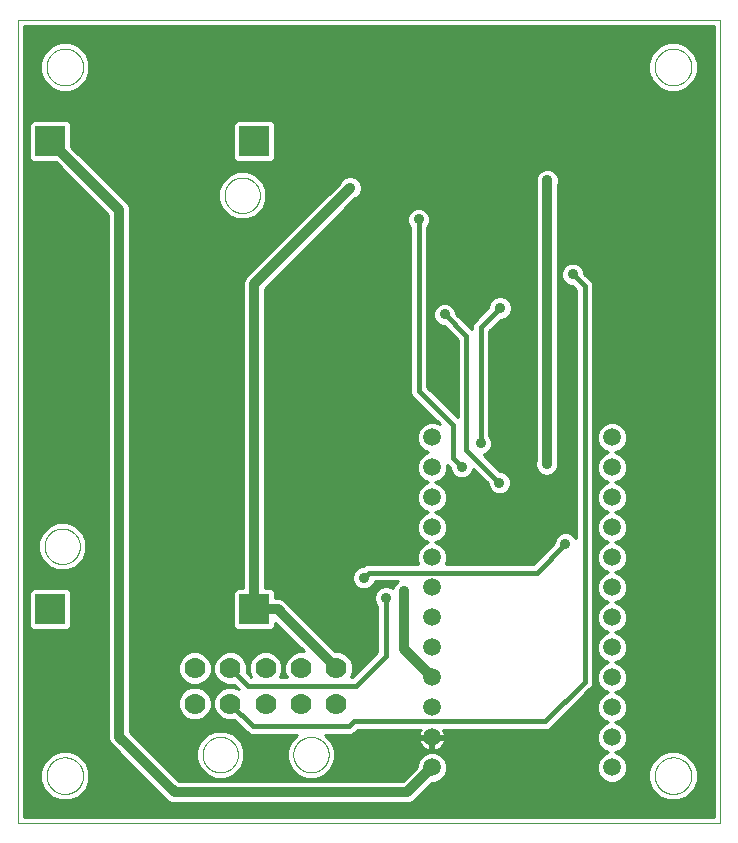
<source format=gbl>
G75*
%MOIN*%
%OFA0B0*%
%FSLAX25Y25*%
%IPPOS*%
%LPD*%
%AMOC8*
5,1,8,0,0,1.08239X$1,22.5*
%
%ADD10C,0.00000*%
%ADD11C,0.07000*%
%ADD12R,0.09843X0.09843*%
%ADD13C,0.05937*%
%ADD14C,0.03562*%
%ADD15C,0.03200*%
%ADD16C,0.01600*%
%ADD17C,0.01000*%
D10*
X0001500Y0001500D02*
X0001500Y0269217D01*
X0235752Y0269217D01*
X0235752Y0001500D01*
X0001500Y0001500D01*
X0011146Y0017248D02*
X0011148Y0017404D01*
X0011154Y0017560D01*
X0011164Y0017715D01*
X0011178Y0017870D01*
X0011196Y0018025D01*
X0011218Y0018179D01*
X0011243Y0018333D01*
X0011273Y0018486D01*
X0011307Y0018638D01*
X0011344Y0018790D01*
X0011385Y0018940D01*
X0011430Y0019089D01*
X0011479Y0019237D01*
X0011532Y0019384D01*
X0011588Y0019529D01*
X0011648Y0019673D01*
X0011712Y0019815D01*
X0011780Y0019956D01*
X0011851Y0020094D01*
X0011925Y0020231D01*
X0012003Y0020366D01*
X0012084Y0020499D01*
X0012169Y0020630D01*
X0012257Y0020759D01*
X0012348Y0020885D01*
X0012443Y0021009D01*
X0012540Y0021130D01*
X0012641Y0021249D01*
X0012745Y0021366D01*
X0012851Y0021479D01*
X0012961Y0021590D01*
X0013073Y0021698D01*
X0013188Y0021803D01*
X0013306Y0021906D01*
X0013426Y0022005D01*
X0013549Y0022101D01*
X0013674Y0022194D01*
X0013801Y0022283D01*
X0013931Y0022370D01*
X0014063Y0022453D01*
X0014197Y0022532D01*
X0014333Y0022609D01*
X0014471Y0022681D01*
X0014610Y0022751D01*
X0014752Y0022816D01*
X0014895Y0022878D01*
X0015039Y0022936D01*
X0015185Y0022991D01*
X0015333Y0023042D01*
X0015481Y0023089D01*
X0015631Y0023132D01*
X0015782Y0023171D01*
X0015934Y0023207D01*
X0016086Y0023238D01*
X0016240Y0023266D01*
X0016394Y0023290D01*
X0016548Y0023310D01*
X0016703Y0023326D01*
X0016859Y0023338D01*
X0017014Y0023346D01*
X0017170Y0023350D01*
X0017326Y0023350D01*
X0017482Y0023346D01*
X0017637Y0023338D01*
X0017793Y0023326D01*
X0017948Y0023310D01*
X0018102Y0023290D01*
X0018256Y0023266D01*
X0018410Y0023238D01*
X0018562Y0023207D01*
X0018714Y0023171D01*
X0018865Y0023132D01*
X0019015Y0023089D01*
X0019163Y0023042D01*
X0019311Y0022991D01*
X0019457Y0022936D01*
X0019601Y0022878D01*
X0019744Y0022816D01*
X0019886Y0022751D01*
X0020025Y0022681D01*
X0020163Y0022609D01*
X0020299Y0022532D01*
X0020433Y0022453D01*
X0020565Y0022370D01*
X0020695Y0022283D01*
X0020822Y0022194D01*
X0020947Y0022101D01*
X0021070Y0022005D01*
X0021190Y0021906D01*
X0021308Y0021803D01*
X0021423Y0021698D01*
X0021535Y0021590D01*
X0021645Y0021479D01*
X0021751Y0021366D01*
X0021855Y0021249D01*
X0021956Y0021130D01*
X0022053Y0021009D01*
X0022148Y0020885D01*
X0022239Y0020759D01*
X0022327Y0020630D01*
X0022412Y0020499D01*
X0022493Y0020366D01*
X0022571Y0020231D01*
X0022645Y0020094D01*
X0022716Y0019956D01*
X0022784Y0019815D01*
X0022848Y0019673D01*
X0022908Y0019529D01*
X0022964Y0019384D01*
X0023017Y0019237D01*
X0023066Y0019089D01*
X0023111Y0018940D01*
X0023152Y0018790D01*
X0023189Y0018638D01*
X0023223Y0018486D01*
X0023253Y0018333D01*
X0023278Y0018179D01*
X0023300Y0018025D01*
X0023318Y0017870D01*
X0023332Y0017715D01*
X0023342Y0017560D01*
X0023348Y0017404D01*
X0023350Y0017248D01*
X0023348Y0017092D01*
X0023342Y0016936D01*
X0023332Y0016781D01*
X0023318Y0016626D01*
X0023300Y0016471D01*
X0023278Y0016317D01*
X0023253Y0016163D01*
X0023223Y0016010D01*
X0023189Y0015858D01*
X0023152Y0015706D01*
X0023111Y0015556D01*
X0023066Y0015407D01*
X0023017Y0015259D01*
X0022964Y0015112D01*
X0022908Y0014967D01*
X0022848Y0014823D01*
X0022784Y0014681D01*
X0022716Y0014540D01*
X0022645Y0014402D01*
X0022571Y0014265D01*
X0022493Y0014130D01*
X0022412Y0013997D01*
X0022327Y0013866D01*
X0022239Y0013737D01*
X0022148Y0013611D01*
X0022053Y0013487D01*
X0021956Y0013366D01*
X0021855Y0013247D01*
X0021751Y0013130D01*
X0021645Y0013017D01*
X0021535Y0012906D01*
X0021423Y0012798D01*
X0021308Y0012693D01*
X0021190Y0012590D01*
X0021070Y0012491D01*
X0020947Y0012395D01*
X0020822Y0012302D01*
X0020695Y0012213D01*
X0020565Y0012126D01*
X0020433Y0012043D01*
X0020299Y0011964D01*
X0020163Y0011887D01*
X0020025Y0011815D01*
X0019886Y0011745D01*
X0019744Y0011680D01*
X0019601Y0011618D01*
X0019457Y0011560D01*
X0019311Y0011505D01*
X0019163Y0011454D01*
X0019015Y0011407D01*
X0018865Y0011364D01*
X0018714Y0011325D01*
X0018562Y0011289D01*
X0018410Y0011258D01*
X0018256Y0011230D01*
X0018102Y0011206D01*
X0017948Y0011186D01*
X0017793Y0011170D01*
X0017637Y0011158D01*
X0017482Y0011150D01*
X0017326Y0011146D01*
X0017170Y0011146D01*
X0017014Y0011150D01*
X0016859Y0011158D01*
X0016703Y0011170D01*
X0016548Y0011186D01*
X0016394Y0011206D01*
X0016240Y0011230D01*
X0016086Y0011258D01*
X0015934Y0011289D01*
X0015782Y0011325D01*
X0015631Y0011364D01*
X0015481Y0011407D01*
X0015333Y0011454D01*
X0015185Y0011505D01*
X0015039Y0011560D01*
X0014895Y0011618D01*
X0014752Y0011680D01*
X0014610Y0011745D01*
X0014471Y0011815D01*
X0014333Y0011887D01*
X0014197Y0011964D01*
X0014063Y0012043D01*
X0013931Y0012126D01*
X0013801Y0012213D01*
X0013674Y0012302D01*
X0013549Y0012395D01*
X0013426Y0012491D01*
X0013306Y0012590D01*
X0013188Y0012693D01*
X0013073Y0012798D01*
X0012961Y0012906D01*
X0012851Y0013017D01*
X0012745Y0013130D01*
X0012641Y0013247D01*
X0012540Y0013366D01*
X0012443Y0013487D01*
X0012348Y0013611D01*
X0012257Y0013737D01*
X0012169Y0013866D01*
X0012084Y0013997D01*
X0012003Y0014130D01*
X0011925Y0014265D01*
X0011851Y0014402D01*
X0011780Y0014540D01*
X0011712Y0014681D01*
X0011648Y0014823D01*
X0011588Y0014967D01*
X0011532Y0015112D01*
X0011479Y0015259D01*
X0011430Y0015407D01*
X0011385Y0015556D01*
X0011344Y0015706D01*
X0011307Y0015858D01*
X0011273Y0016010D01*
X0011243Y0016163D01*
X0011218Y0016317D01*
X0011196Y0016471D01*
X0011178Y0016626D01*
X0011164Y0016781D01*
X0011154Y0016936D01*
X0011148Y0017092D01*
X0011146Y0017248D01*
X0063153Y0024256D02*
X0063155Y0024409D01*
X0063161Y0024563D01*
X0063171Y0024716D01*
X0063185Y0024868D01*
X0063203Y0025021D01*
X0063225Y0025172D01*
X0063250Y0025323D01*
X0063280Y0025474D01*
X0063314Y0025624D01*
X0063351Y0025772D01*
X0063392Y0025920D01*
X0063437Y0026066D01*
X0063486Y0026212D01*
X0063539Y0026356D01*
X0063595Y0026498D01*
X0063655Y0026639D01*
X0063719Y0026779D01*
X0063786Y0026917D01*
X0063857Y0027053D01*
X0063932Y0027187D01*
X0064009Y0027319D01*
X0064091Y0027449D01*
X0064175Y0027577D01*
X0064263Y0027703D01*
X0064354Y0027826D01*
X0064448Y0027947D01*
X0064546Y0028065D01*
X0064646Y0028181D01*
X0064750Y0028294D01*
X0064856Y0028405D01*
X0064965Y0028513D01*
X0065077Y0028618D01*
X0065191Y0028719D01*
X0065309Y0028818D01*
X0065428Y0028914D01*
X0065550Y0029007D01*
X0065675Y0029096D01*
X0065802Y0029183D01*
X0065931Y0029265D01*
X0066062Y0029345D01*
X0066195Y0029421D01*
X0066330Y0029494D01*
X0066467Y0029563D01*
X0066606Y0029628D01*
X0066746Y0029690D01*
X0066888Y0029748D01*
X0067031Y0029803D01*
X0067176Y0029854D01*
X0067322Y0029901D01*
X0067469Y0029944D01*
X0067617Y0029983D01*
X0067766Y0030019D01*
X0067916Y0030050D01*
X0068067Y0030078D01*
X0068218Y0030102D01*
X0068371Y0030122D01*
X0068523Y0030138D01*
X0068676Y0030150D01*
X0068829Y0030158D01*
X0068982Y0030162D01*
X0069136Y0030162D01*
X0069289Y0030158D01*
X0069442Y0030150D01*
X0069595Y0030138D01*
X0069747Y0030122D01*
X0069900Y0030102D01*
X0070051Y0030078D01*
X0070202Y0030050D01*
X0070352Y0030019D01*
X0070501Y0029983D01*
X0070649Y0029944D01*
X0070796Y0029901D01*
X0070942Y0029854D01*
X0071087Y0029803D01*
X0071230Y0029748D01*
X0071372Y0029690D01*
X0071512Y0029628D01*
X0071651Y0029563D01*
X0071788Y0029494D01*
X0071923Y0029421D01*
X0072056Y0029345D01*
X0072187Y0029265D01*
X0072316Y0029183D01*
X0072443Y0029096D01*
X0072568Y0029007D01*
X0072690Y0028914D01*
X0072809Y0028818D01*
X0072927Y0028719D01*
X0073041Y0028618D01*
X0073153Y0028513D01*
X0073262Y0028405D01*
X0073368Y0028294D01*
X0073472Y0028181D01*
X0073572Y0028065D01*
X0073670Y0027947D01*
X0073764Y0027826D01*
X0073855Y0027703D01*
X0073943Y0027577D01*
X0074027Y0027449D01*
X0074109Y0027319D01*
X0074186Y0027187D01*
X0074261Y0027053D01*
X0074332Y0026917D01*
X0074399Y0026779D01*
X0074463Y0026639D01*
X0074523Y0026498D01*
X0074579Y0026356D01*
X0074632Y0026212D01*
X0074681Y0026066D01*
X0074726Y0025920D01*
X0074767Y0025772D01*
X0074804Y0025624D01*
X0074838Y0025474D01*
X0074868Y0025323D01*
X0074893Y0025172D01*
X0074915Y0025021D01*
X0074933Y0024868D01*
X0074947Y0024716D01*
X0074957Y0024563D01*
X0074963Y0024409D01*
X0074965Y0024256D01*
X0074963Y0024103D01*
X0074957Y0023949D01*
X0074947Y0023796D01*
X0074933Y0023644D01*
X0074915Y0023491D01*
X0074893Y0023340D01*
X0074868Y0023189D01*
X0074838Y0023038D01*
X0074804Y0022888D01*
X0074767Y0022740D01*
X0074726Y0022592D01*
X0074681Y0022446D01*
X0074632Y0022300D01*
X0074579Y0022156D01*
X0074523Y0022014D01*
X0074463Y0021873D01*
X0074399Y0021733D01*
X0074332Y0021595D01*
X0074261Y0021459D01*
X0074186Y0021325D01*
X0074109Y0021193D01*
X0074027Y0021063D01*
X0073943Y0020935D01*
X0073855Y0020809D01*
X0073764Y0020686D01*
X0073670Y0020565D01*
X0073572Y0020447D01*
X0073472Y0020331D01*
X0073368Y0020218D01*
X0073262Y0020107D01*
X0073153Y0019999D01*
X0073041Y0019894D01*
X0072927Y0019793D01*
X0072809Y0019694D01*
X0072690Y0019598D01*
X0072568Y0019505D01*
X0072443Y0019416D01*
X0072316Y0019329D01*
X0072187Y0019247D01*
X0072056Y0019167D01*
X0071923Y0019091D01*
X0071788Y0019018D01*
X0071651Y0018949D01*
X0071512Y0018884D01*
X0071372Y0018822D01*
X0071230Y0018764D01*
X0071087Y0018709D01*
X0070942Y0018658D01*
X0070796Y0018611D01*
X0070649Y0018568D01*
X0070501Y0018529D01*
X0070352Y0018493D01*
X0070202Y0018462D01*
X0070051Y0018434D01*
X0069900Y0018410D01*
X0069747Y0018390D01*
X0069595Y0018374D01*
X0069442Y0018362D01*
X0069289Y0018354D01*
X0069136Y0018350D01*
X0068982Y0018350D01*
X0068829Y0018354D01*
X0068676Y0018362D01*
X0068523Y0018374D01*
X0068371Y0018390D01*
X0068218Y0018410D01*
X0068067Y0018434D01*
X0067916Y0018462D01*
X0067766Y0018493D01*
X0067617Y0018529D01*
X0067469Y0018568D01*
X0067322Y0018611D01*
X0067176Y0018658D01*
X0067031Y0018709D01*
X0066888Y0018764D01*
X0066746Y0018822D01*
X0066606Y0018884D01*
X0066467Y0018949D01*
X0066330Y0019018D01*
X0066195Y0019091D01*
X0066062Y0019167D01*
X0065931Y0019247D01*
X0065802Y0019329D01*
X0065675Y0019416D01*
X0065550Y0019505D01*
X0065428Y0019598D01*
X0065309Y0019694D01*
X0065191Y0019793D01*
X0065077Y0019894D01*
X0064965Y0019999D01*
X0064856Y0020107D01*
X0064750Y0020218D01*
X0064646Y0020331D01*
X0064546Y0020447D01*
X0064448Y0020565D01*
X0064354Y0020686D01*
X0064263Y0020809D01*
X0064175Y0020935D01*
X0064091Y0021063D01*
X0064009Y0021193D01*
X0063932Y0021325D01*
X0063857Y0021459D01*
X0063786Y0021595D01*
X0063719Y0021733D01*
X0063655Y0021873D01*
X0063595Y0022014D01*
X0063539Y0022156D01*
X0063486Y0022300D01*
X0063437Y0022446D01*
X0063392Y0022592D01*
X0063351Y0022740D01*
X0063314Y0022888D01*
X0063280Y0023038D01*
X0063250Y0023189D01*
X0063225Y0023340D01*
X0063203Y0023491D01*
X0063185Y0023644D01*
X0063171Y0023796D01*
X0063161Y0023949D01*
X0063155Y0024103D01*
X0063153Y0024256D01*
X0093389Y0024256D02*
X0093391Y0024409D01*
X0093397Y0024563D01*
X0093407Y0024716D01*
X0093421Y0024868D01*
X0093439Y0025021D01*
X0093461Y0025172D01*
X0093486Y0025323D01*
X0093516Y0025474D01*
X0093550Y0025624D01*
X0093587Y0025772D01*
X0093628Y0025920D01*
X0093673Y0026066D01*
X0093722Y0026212D01*
X0093775Y0026356D01*
X0093831Y0026498D01*
X0093891Y0026639D01*
X0093955Y0026779D01*
X0094022Y0026917D01*
X0094093Y0027053D01*
X0094168Y0027187D01*
X0094245Y0027319D01*
X0094327Y0027449D01*
X0094411Y0027577D01*
X0094499Y0027703D01*
X0094590Y0027826D01*
X0094684Y0027947D01*
X0094782Y0028065D01*
X0094882Y0028181D01*
X0094986Y0028294D01*
X0095092Y0028405D01*
X0095201Y0028513D01*
X0095313Y0028618D01*
X0095427Y0028719D01*
X0095545Y0028818D01*
X0095664Y0028914D01*
X0095786Y0029007D01*
X0095911Y0029096D01*
X0096038Y0029183D01*
X0096167Y0029265D01*
X0096298Y0029345D01*
X0096431Y0029421D01*
X0096566Y0029494D01*
X0096703Y0029563D01*
X0096842Y0029628D01*
X0096982Y0029690D01*
X0097124Y0029748D01*
X0097267Y0029803D01*
X0097412Y0029854D01*
X0097558Y0029901D01*
X0097705Y0029944D01*
X0097853Y0029983D01*
X0098002Y0030019D01*
X0098152Y0030050D01*
X0098303Y0030078D01*
X0098454Y0030102D01*
X0098607Y0030122D01*
X0098759Y0030138D01*
X0098912Y0030150D01*
X0099065Y0030158D01*
X0099218Y0030162D01*
X0099372Y0030162D01*
X0099525Y0030158D01*
X0099678Y0030150D01*
X0099831Y0030138D01*
X0099983Y0030122D01*
X0100136Y0030102D01*
X0100287Y0030078D01*
X0100438Y0030050D01*
X0100588Y0030019D01*
X0100737Y0029983D01*
X0100885Y0029944D01*
X0101032Y0029901D01*
X0101178Y0029854D01*
X0101323Y0029803D01*
X0101466Y0029748D01*
X0101608Y0029690D01*
X0101748Y0029628D01*
X0101887Y0029563D01*
X0102024Y0029494D01*
X0102159Y0029421D01*
X0102292Y0029345D01*
X0102423Y0029265D01*
X0102552Y0029183D01*
X0102679Y0029096D01*
X0102804Y0029007D01*
X0102926Y0028914D01*
X0103045Y0028818D01*
X0103163Y0028719D01*
X0103277Y0028618D01*
X0103389Y0028513D01*
X0103498Y0028405D01*
X0103604Y0028294D01*
X0103708Y0028181D01*
X0103808Y0028065D01*
X0103906Y0027947D01*
X0104000Y0027826D01*
X0104091Y0027703D01*
X0104179Y0027577D01*
X0104263Y0027449D01*
X0104345Y0027319D01*
X0104422Y0027187D01*
X0104497Y0027053D01*
X0104568Y0026917D01*
X0104635Y0026779D01*
X0104699Y0026639D01*
X0104759Y0026498D01*
X0104815Y0026356D01*
X0104868Y0026212D01*
X0104917Y0026066D01*
X0104962Y0025920D01*
X0105003Y0025772D01*
X0105040Y0025624D01*
X0105074Y0025474D01*
X0105104Y0025323D01*
X0105129Y0025172D01*
X0105151Y0025021D01*
X0105169Y0024868D01*
X0105183Y0024716D01*
X0105193Y0024563D01*
X0105199Y0024409D01*
X0105201Y0024256D01*
X0105199Y0024103D01*
X0105193Y0023949D01*
X0105183Y0023796D01*
X0105169Y0023644D01*
X0105151Y0023491D01*
X0105129Y0023340D01*
X0105104Y0023189D01*
X0105074Y0023038D01*
X0105040Y0022888D01*
X0105003Y0022740D01*
X0104962Y0022592D01*
X0104917Y0022446D01*
X0104868Y0022300D01*
X0104815Y0022156D01*
X0104759Y0022014D01*
X0104699Y0021873D01*
X0104635Y0021733D01*
X0104568Y0021595D01*
X0104497Y0021459D01*
X0104422Y0021325D01*
X0104345Y0021193D01*
X0104263Y0021063D01*
X0104179Y0020935D01*
X0104091Y0020809D01*
X0104000Y0020686D01*
X0103906Y0020565D01*
X0103808Y0020447D01*
X0103708Y0020331D01*
X0103604Y0020218D01*
X0103498Y0020107D01*
X0103389Y0019999D01*
X0103277Y0019894D01*
X0103163Y0019793D01*
X0103045Y0019694D01*
X0102926Y0019598D01*
X0102804Y0019505D01*
X0102679Y0019416D01*
X0102552Y0019329D01*
X0102423Y0019247D01*
X0102292Y0019167D01*
X0102159Y0019091D01*
X0102024Y0019018D01*
X0101887Y0018949D01*
X0101748Y0018884D01*
X0101608Y0018822D01*
X0101466Y0018764D01*
X0101323Y0018709D01*
X0101178Y0018658D01*
X0101032Y0018611D01*
X0100885Y0018568D01*
X0100737Y0018529D01*
X0100588Y0018493D01*
X0100438Y0018462D01*
X0100287Y0018434D01*
X0100136Y0018410D01*
X0099983Y0018390D01*
X0099831Y0018374D01*
X0099678Y0018362D01*
X0099525Y0018354D01*
X0099372Y0018350D01*
X0099218Y0018350D01*
X0099065Y0018354D01*
X0098912Y0018362D01*
X0098759Y0018374D01*
X0098607Y0018390D01*
X0098454Y0018410D01*
X0098303Y0018434D01*
X0098152Y0018462D01*
X0098002Y0018493D01*
X0097853Y0018529D01*
X0097705Y0018568D01*
X0097558Y0018611D01*
X0097412Y0018658D01*
X0097267Y0018709D01*
X0097124Y0018764D01*
X0096982Y0018822D01*
X0096842Y0018884D01*
X0096703Y0018949D01*
X0096566Y0019018D01*
X0096431Y0019091D01*
X0096298Y0019167D01*
X0096167Y0019247D01*
X0096038Y0019329D01*
X0095911Y0019416D01*
X0095786Y0019505D01*
X0095664Y0019598D01*
X0095545Y0019694D01*
X0095427Y0019793D01*
X0095313Y0019894D01*
X0095201Y0019999D01*
X0095092Y0020107D01*
X0094986Y0020218D01*
X0094882Y0020331D01*
X0094782Y0020447D01*
X0094684Y0020565D01*
X0094590Y0020686D01*
X0094499Y0020809D01*
X0094411Y0020935D01*
X0094327Y0021063D01*
X0094245Y0021193D01*
X0094168Y0021325D01*
X0094093Y0021459D01*
X0094022Y0021595D01*
X0093955Y0021733D01*
X0093891Y0021873D01*
X0093831Y0022014D01*
X0093775Y0022156D01*
X0093722Y0022300D01*
X0093673Y0022446D01*
X0093628Y0022592D01*
X0093587Y0022740D01*
X0093550Y0022888D01*
X0093516Y0023038D01*
X0093486Y0023189D01*
X0093461Y0023340D01*
X0093439Y0023491D01*
X0093421Y0023644D01*
X0093407Y0023796D01*
X0093397Y0023949D01*
X0093391Y0024103D01*
X0093389Y0024256D01*
X0010476Y0093713D02*
X0010478Y0093866D01*
X0010484Y0094020D01*
X0010494Y0094173D01*
X0010508Y0094325D01*
X0010526Y0094478D01*
X0010548Y0094629D01*
X0010573Y0094780D01*
X0010603Y0094931D01*
X0010637Y0095081D01*
X0010674Y0095229D01*
X0010715Y0095377D01*
X0010760Y0095523D01*
X0010809Y0095669D01*
X0010862Y0095813D01*
X0010918Y0095955D01*
X0010978Y0096096D01*
X0011042Y0096236D01*
X0011109Y0096374D01*
X0011180Y0096510D01*
X0011255Y0096644D01*
X0011332Y0096776D01*
X0011414Y0096906D01*
X0011498Y0097034D01*
X0011586Y0097160D01*
X0011677Y0097283D01*
X0011771Y0097404D01*
X0011869Y0097522D01*
X0011969Y0097638D01*
X0012073Y0097751D01*
X0012179Y0097862D01*
X0012288Y0097970D01*
X0012400Y0098075D01*
X0012514Y0098176D01*
X0012632Y0098275D01*
X0012751Y0098371D01*
X0012873Y0098464D01*
X0012998Y0098553D01*
X0013125Y0098640D01*
X0013254Y0098722D01*
X0013385Y0098802D01*
X0013518Y0098878D01*
X0013653Y0098951D01*
X0013790Y0099020D01*
X0013929Y0099085D01*
X0014069Y0099147D01*
X0014211Y0099205D01*
X0014354Y0099260D01*
X0014499Y0099311D01*
X0014645Y0099358D01*
X0014792Y0099401D01*
X0014940Y0099440D01*
X0015089Y0099476D01*
X0015239Y0099507D01*
X0015390Y0099535D01*
X0015541Y0099559D01*
X0015694Y0099579D01*
X0015846Y0099595D01*
X0015999Y0099607D01*
X0016152Y0099615D01*
X0016305Y0099619D01*
X0016459Y0099619D01*
X0016612Y0099615D01*
X0016765Y0099607D01*
X0016918Y0099595D01*
X0017070Y0099579D01*
X0017223Y0099559D01*
X0017374Y0099535D01*
X0017525Y0099507D01*
X0017675Y0099476D01*
X0017824Y0099440D01*
X0017972Y0099401D01*
X0018119Y0099358D01*
X0018265Y0099311D01*
X0018410Y0099260D01*
X0018553Y0099205D01*
X0018695Y0099147D01*
X0018835Y0099085D01*
X0018974Y0099020D01*
X0019111Y0098951D01*
X0019246Y0098878D01*
X0019379Y0098802D01*
X0019510Y0098722D01*
X0019639Y0098640D01*
X0019766Y0098553D01*
X0019891Y0098464D01*
X0020013Y0098371D01*
X0020132Y0098275D01*
X0020250Y0098176D01*
X0020364Y0098075D01*
X0020476Y0097970D01*
X0020585Y0097862D01*
X0020691Y0097751D01*
X0020795Y0097638D01*
X0020895Y0097522D01*
X0020993Y0097404D01*
X0021087Y0097283D01*
X0021178Y0097160D01*
X0021266Y0097034D01*
X0021350Y0096906D01*
X0021432Y0096776D01*
X0021509Y0096644D01*
X0021584Y0096510D01*
X0021655Y0096374D01*
X0021722Y0096236D01*
X0021786Y0096096D01*
X0021846Y0095955D01*
X0021902Y0095813D01*
X0021955Y0095669D01*
X0022004Y0095523D01*
X0022049Y0095377D01*
X0022090Y0095229D01*
X0022127Y0095081D01*
X0022161Y0094931D01*
X0022191Y0094780D01*
X0022216Y0094629D01*
X0022238Y0094478D01*
X0022256Y0094325D01*
X0022270Y0094173D01*
X0022280Y0094020D01*
X0022286Y0093866D01*
X0022288Y0093713D01*
X0022286Y0093560D01*
X0022280Y0093406D01*
X0022270Y0093253D01*
X0022256Y0093101D01*
X0022238Y0092948D01*
X0022216Y0092797D01*
X0022191Y0092646D01*
X0022161Y0092495D01*
X0022127Y0092345D01*
X0022090Y0092197D01*
X0022049Y0092049D01*
X0022004Y0091903D01*
X0021955Y0091757D01*
X0021902Y0091613D01*
X0021846Y0091471D01*
X0021786Y0091330D01*
X0021722Y0091190D01*
X0021655Y0091052D01*
X0021584Y0090916D01*
X0021509Y0090782D01*
X0021432Y0090650D01*
X0021350Y0090520D01*
X0021266Y0090392D01*
X0021178Y0090266D01*
X0021087Y0090143D01*
X0020993Y0090022D01*
X0020895Y0089904D01*
X0020795Y0089788D01*
X0020691Y0089675D01*
X0020585Y0089564D01*
X0020476Y0089456D01*
X0020364Y0089351D01*
X0020250Y0089250D01*
X0020132Y0089151D01*
X0020013Y0089055D01*
X0019891Y0088962D01*
X0019766Y0088873D01*
X0019639Y0088786D01*
X0019510Y0088704D01*
X0019379Y0088624D01*
X0019246Y0088548D01*
X0019111Y0088475D01*
X0018974Y0088406D01*
X0018835Y0088341D01*
X0018695Y0088279D01*
X0018553Y0088221D01*
X0018410Y0088166D01*
X0018265Y0088115D01*
X0018119Y0088068D01*
X0017972Y0088025D01*
X0017824Y0087986D01*
X0017675Y0087950D01*
X0017525Y0087919D01*
X0017374Y0087891D01*
X0017223Y0087867D01*
X0017070Y0087847D01*
X0016918Y0087831D01*
X0016765Y0087819D01*
X0016612Y0087811D01*
X0016459Y0087807D01*
X0016305Y0087807D01*
X0016152Y0087811D01*
X0015999Y0087819D01*
X0015846Y0087831D01*
X0015694Y0087847D01*
X0015541Y0087867D01*
X0015390Y0087891D01*
X0015239Y0087919D01*
X0015089Y0087950D01*
X0014940Y0087986D01*
X0014792Y0088025D01*
X0014645Y0088068D01*
X0014499Y0088115D01*
X0014354Y0088166D01*
X0014211Y0088221D01*
X0014069Y0088279D01*
X0013929Y0088341D01*
X0013790Y0088406D01*
X0013653Y0088475D01*
X0013518Y0088548D01*
X0013385Y0088624D01*
X0013254Y0088704D01*
X0013125Y0088786D01*
X0012998Y0088873D01*
X0012873Y0088962D01*
X0012751Y0089055D01*
X0012632Y0089151D01*
X0012514Y0089250D01*
X0012400Y0089351D01*
X0012288Y0089456D01*
X0012179Y0089564D01*
X0012073Y0089675D01*
X0011969Y0089788D01*
X0011869Y0089904D01*
X0011771Y0090022D01*
X0011677Y0090143D01*
X0011586Y0090266D01*
X0011498Y0090392D01*
X0011414Y0090520D01*
X0011332Y0090650D01*
X0011255Y0090782D01*
X0011180Y0090916D01*
X0011109Y0091052D01*
X0011042Y0091190D01*
X0010978Y0091330D01*
X0010918Y0091471D01*
X0010862Y0091613D01*
X0010809Y0091757D01*
X0010760Y0091903D01*
X0010715Y0092049D01*
X0010674Y0092197D01*
X0010637Y0092345D01*
X0010603Y0092495D01*
X0010573Y0092646D01*
X0010548Y0092797D01*
X0010526Y0092948D01*
X0010508Y0093101D01*
X0010494Y0093253D01*
X0010484Y0093406D01*
X0010478Y0093560D01*
X0010476Y0093713D01*
X0070476Y0210713D02*
X0070478Y0210866D01*
X0070484Y0211020D01*
X0070494Y0211173D01*
X0070508Y0211325D01*
X0070526Y0211478D01*
X0070548Y0211629D01*
X0070573Y0211780D01*
X0070603Y0211931D01*
X0070637Y0212081D01*
X0070674Y0212229D01*
X0070715Y0212377D01*
X0070760Y0212523D01*
X0070809Y0212669D01*
X0070862Y0212813D01*
X0070918Y0212955D01*
X0070978Y0213096D01*
X0071042Y0213236D01*
X0071109Y0213374D01*
X0071180Y0213510D01*
X0071255Y0213644D01*
X0071332Y0213776D01*
X0071414Y0213906D01*
X0071498Y0214034D01*
X0071586Y0214160D01*
X0071677Y0214283D01*
X0071771Y0214404D01*
X0071869Y0214522D01*
X0071969Y0214638D01*
X0072073Y0214751D01*
X0072179Y0214862D01*
X0072288Y0214970D01*
X0072400Y0215075D01*
X0072514Y0215176D01*
X0072632Y0215275D01*
X0072751Y0215371D01*
X0072873Y0215464D01*
X0072998Y0215553D01*
X0073125Y0215640D01*
X0073254Y0215722D01*
X0073385Y0215802D01*
X0073518Y0215878D01*
X0073653Y0215951D01*
X0073790Y0216020D01*
X0073929Y0216085D01*
X0074069Y0216147D01*
X0074211Y0216205D01*
X0074354Y0216260D01*
X0074499Y0216311D01*
X0074645Y0216358D01*
X0074792Y0216401D01*
X0074940Y0216440D01*
X0075089Y0216476D01*
X0075239Y0216507D01*
X0075390Y0216535D01*
X0075541Y0216559D01*
X0075694Y0216579D01*
X0075846Y0216595D01*
X0075999Y0216607D01*
X0076152Y0216615D01*
X0076305Y0216619D01*
X0076459Y0216619D01*
X0076612Y0216615D01*
X0076765Y0216607D01*
X0076918Y0216595D01*
X0077070Y0216579D01*
X0077223Y0216559D01*
X0077374Y0216535D01*
X0077525Y0216507D01*
X0077675Y0216476D01*
X0077824Y0216440D01*
X0077972Y0216401D01*
X0078119Y0216358D01*
X0078265Y0216311D01*
X0078410Y0216260D01*
X0078553Y0216205D01*
X0078695Y0216147D01*
X0078835Y0216085D01*
X0078974Y0216020D01*
X0079111Y0215951D01*
X0079246Y0215878D01*
X0079379Y0215802D01*
X0079510Y0215722D01*
X0079639Y0215640D01*
X0079766Y0215553D01*
X0079891Y0215464D01*
X0080013Y0215371D01*
X0080132Y0215275D01*
X0080250Y0215176D01*
X0080364Y0215075D01*
X0080476Y0214970D01*
X0080585Y0214862D01*
X0080691Y0214751D01*
X0080795Y0214638D01*
X0080895Y0214522D01*
X0080993Y0214404D01*
X0081087Y0214283D01*
X0081178Y0214160D01*
X0081266Y0214034D01*
X0081350Y0213906D01*
X0081432Y0213776D01*
X0081509Y0213644D01*
X0081584Y0213510D01*
X0081655Y0213374D01*
X0081722Y0213236D01*
X0081786Y0213096D01*
X0081846Y0212955D01*
X0081902Y0212813D01*
X0081955Y0212669D01*
X0082004Y0212523D01*
X0082049Y0212377D01*
X0082090Y0212229D01*
X0082127Y0212081D01*
X0082161Y0211931D01*
X0082191Y0211780D01*
X0082216Y0211629D01*
X0082238Y0211478D01*
X0082256Y0211325D01*
X0082270Y0211173D01*
X0082280Y0211020D01*
X0082286Y0210866D01*
X0082288Y0210713D01*
X0082286Y0210560D01*
X0082280Y0210406D01*
X0082270Y0210253D01*
X0082256Y0210101D01*
X0082238Y0209948D01*
X0082216Y0209797D01*
X0082191Y0209646D01*
X0082161Y0209495D01*
X0082127Y0209345D01*
X0082090Y0209197D01*
X0082049Y0209049D01*
X0082004Y0208903D01*
X0081955Y0208757D01*
X0081902Y0208613D01*
X0081846Y0208471D01*
X0081786Y0208330D01*
X0081722Y0208190D01*
X0081655Y0208052D01*
X0081584Y0207916D01*
X0081509Y0207782D01*
X0081432Y0207650D01*
X0081350Y0207520D01*
X0081266Y0207392D01*
X0081178Y0207266D01*
X0081087Y0207143D01*
X0080993Y0207022D01*
X0080895Y0206904D01*
X0080795Y0206788D01*
X0080691Y0206675D01*
X0080585Y0206564D01*
X0080476Y0206456D01*
X0080364Y0206351D01*
X0080250Y0206250D01*
X0080132Y0206151D01*
X0080013Y0206055D01*
X0079891Y0205962D01*
X0079766Y0205873D01*
X0079639Y0205786D01*
X0079510Y0205704D01*
X0079379Y0205624D01*
X0079246Y0205548D01*
X0079111Y0205475D01*
X0078974Y0205406D01*
X0078835Y0205341D01*
X0078695Y0205279D01*
X0078553Y0205221D01*
X0078410Y0205166D01*
X0078265Y0205115D01*
X0078119Y0205068D01*
X0077972Y0205025D01*
X0077824Y0204986D01*
X0077675Y0204950D01*
X0077525Y0204919D01*
X0077374Y0204891D01*
X0077223Y0204867D01*
X0077070Y0204847D01*
X0076918Y0204831D01*
X0076765Y0204819D01*
X0076612Y0204811D01*
X0076459Y0204807D01*
X0076305Y0204807D01*
X0076152Y0204811D01*
X0075999Y0204819D01*
X0075846Y0204831D01*
X0075694Y0204847D01*
X0075541Y0204867D01*
X0075390Y0204891D01*
X0075239Y0204919D01*
X0075089Y0204950D01*
X0074940Y0204986D01*
X0074792Y0205025D01*
X0074645Y0205068D01*
X0074499Y0205115D01*
X0074354Y0205166D01*
X0074211Y0205221D01*
X0074069Y0205279D01*
X0073929Y0205341D01*
X0073790Y0205406D01*
X0073653Y0205475D01*
X0073518Y0205548D01*
X0073385Y0205624D01*
X0073254Y0205704D01*
X0073125Y0205786D01*
X0072998Y0205873D01*
X0072873Y0205962D01*
X0072751Y0206055D01*
X0072632Y0206151D01*
X0072514Y0206250D01*
X0072400Y0206351D01*
X0072288Y0206456D01*
X0072179Y0206564D01*
X0072073Y0206675D01*
X0071969Y0206788D01*
X0071869Y0206904D01*
X0071771Y0207022D01*
X0071677Y0207143D01*
X0071586Y0207266D01*
X0071498Y0207392D01*
X0071414Y0207520D01*
X0071332Y0207650D01*
X0071255Y0207782D01*
X0071180Y0207916D01*
X0071109Y0208052D01*
X0071042Y0208190D01*
X0070978Y0208330D01*
X0070918Y0208471D01*
X0070862Y0208613D01*
X0070809Y0208757D01*
X0070760Y0208903D01*
X0070715Y0209049D01*
X0070674Y0209197D01*
X0070637Y0209345D01*
X0070603Y0209495D01*
X0070573Y0209646D01*
X0070548Y0209797D01*
X0070526Y0209948D01*
X0070508Y0210101D01*
X0070494Y0210253D01*
X0070484Y0210406D01*
X0070478Y0210560D01*
X0070476Y0210713D01*
X0011146Y0253469D02*
X0011148Y0253625D01*
X0011154Y0253781D01*
X0011164Y0253936D01*
X0011178Y0254091D01*
X0011196Y0254246D01*
X0011218Y0254400D01*
X0011243Y0254554D01*
X0011273Y0254707D01*
X0011307Y0254859D01*
X0011344Y0255011D01*
X0011385Y0255161D01*
X0011430Y0255310D01*
X0011479Y0255458D01*
X0011532Y0255605D01*
X0011588Y0255750D01*
X0011648Y0255894D01*
X0011712Y0256036D01*
X0011780Y0256177D01*
X0011851Y0256315D01*
X0011925Y0256452D01*
X0012003Y0256587D01*
X0012084Y0256720D01*
X0012169Y0256851D01*
X0012257Y0256980D01*
X0012348Y0257106D01*
X0012443Y0257230D01*
X0012540Y0257351D01*
X0012641Y0257470D01*
X0012745Y0257587D01*
X0012851Y0257700D01*
X0012961Y0257811D01*
X0013073Y0257919D01*
X0013188Y0258024D01*
X0013306Y0258127D01*
X0013426Y0258226D01*
X0013549Y0258322D01*
X0013674Y0258415D01*
X0013801Y0258504D01*
X0013931Y0258591D01*
X0014063Y0258674D01*
X0014197Y0258753D01*
X0014333Y0258830D01*
X0014471Y0258902D01*
X0014610Y0258972D01*
X0014752Y0259037D01*
X0014895Y0259099D01*
X0015039Y0259157D01*
X0015185Y0259212D01*
X0015333Y0259263D01*
X0015481Y0259310D01*
X0015631Y0259353D01*
X0015782Y0259392D01*
X0015934Y0259428D01*
X0016086Y0259459D01*
X0016240Y0259487D01*
X0016394Y0259511D01*
X0016548Y0259531D01*
X0016703Y0259547D01*
X0016859Y0259559D01*
X0017014Y0259567D01*
X0017170Y0259571D01*
X0017326Y0259571D01*
X0017482Y0259567D01*
X0017637Y0259559D01*
X0017793Y0259547D01*
X0017948Y0259531D01*
X0018102Y0259511D01*
X0018256Y0259487D01*
X0018410Y0259459D01*
X0018562Y0259428D01*
X0018714Y0259392D01*
X0018865Y0259353D01*
X0019015Y0259310D01*
X0019163Y0259263D01*
X0019311Y0259212D01*
X0019457Y0259157D01*
X0019601Y0259099D01*
X0019744Y0259037D01*
X0019886Y0258972D01*
X0020025Y0258902D01*
X0020163Y0258830D01*
X0020299Y0258753D01*
X0020433Y0258674D01*
X0020565Y0258591D01*
X0020695Y0258504D01*
X0020822Y0258415D01*
X0020947Y0258322D01*
X0021070Y0258226D01*
X0021190Y0258127D01*
X0021308Y0258024D01*
X0021423Y0257919D01*
X0021535Y0257811D01*
X0021645Y0257700D01*
X0021751Y0257587D01*
X0021855Y0257470D01*
X0021956Y0257351D01*
X0022053Y0257230D01*
X0022148Y0257106D01*
X0022239Y0256980D01*
X0022327Y0256851D01*
X0022412Y0256720D01*
X0022493Y0256587D01*
X0022571Y0256452D01*
X0022645Y0256315D01*
X0022716Y0256177D01*
X0022784Y0256036D01*
X0022848Y0255894D01*
X0022908Y0255750D01*
X0022964Y0255605D01*
X0023017Y0255458D01*
X0023066Y0255310D01*
X0023111Y0255161D01*
X0023152Y0255011D01*
X0023189Y0254859D01*
X0023223Y0254707D01*
X0023253Y0254554D01*
X0023278Y0254400D01*
X0023300Y0254246D01*
X0023318Y0254091D01*
X0023332Y0253936D01*
X0023342Y0253781D01*
X0023348Y0253625D01*
X0023350Y0253469D01*
X0023348Y0253313D01*
X0023342Y0253157D01*
X0023332Y0253002D01*
X0023318Y0252847D01*
X0023300Y0252692D01*
X0023278Y0252538D01*
X0023253Y0252384D01*
X0023223Y0252231D01*
X0023189Y0252079D01*
X0023152Y0251927D01*
X0023111Y0251777D01*
X0023066Y0251628D01*
X0023017Y0251480D01*
X0022964Y0251333D01*
X0022908Y0251188D01*
X0022848Y0251044D01*
X0022784Y0250902D01*
X0022716Y0250761D01*
X0022645Y0250623D01*
X0022571Y0250486D01*
X0022493Y0250351D01*
X0022412Y0250218D01*
X0022327Y0250087D01*
X0022239Y0249958D01*
X0022148Y0249832D01*
X0022053Y0249708D01*
X0021956Y0249587D01*
X0021855Y0249468D01*
X0021751Y0249351D01*
X0021645Y0249238D01*
X0021535Y0249127D01*
X0021423Y0249019D01*
X0021308Y0248914D01*
X0021190Y0248811D01*
X0021070Y0248712D01*
X0020947Y0248616D01*
X0020822Y0248523D01*
X0020695Y0248434D01*
X0020565Y0248347D01*
X0020433Y0248264D01*
X0020299Y0248185D01*
X0020163Y0248108D01*
X0020025Y0248036D01*
X0019886Y0247966D01*
X0019744Y0247901D01*
X0019601Y0247839D01*
X0019457Y0247781D01*
X0019311Y0247726D01*
X0019163Y0247675D01*
X0019015Y0247628D01*
X0018865Y0247585D01*
X0018714Y0247546D01*
X0018562Y0247510D01*
X0018410Y0247479D01*
X0018256Y0247451D01*
X0018102Y0247427D01*
X0017948Y0247407D01*
X0017793Y0247391D01*
X0017637Y0247379D01*
X0017482Y0247371D01*
X0017326Y0247367D01*
X0017170Y0247367D01*
X0017014Y0247371D01*
X0016859Y0247379D01*
X0016703Y0247391D01*
X0016548Y0247407D01*
X0016394Y0247427D01*
X0016240Y0247451D01*
X0016086Y0247479D01*
X0015934Y0247510D01*
X0015782Y0247546D01*
X0015631Y0247585D01*
X0015481Y0247628D01*
X0015333Y0247675D01*
X0015185Y0247726D01*
X0015039Y0247781D01*
X0014895Y0247839D01*
X0014752Y0247901D01*
X0014610Y0247966D01*
X0014471Y0248036D01*
X0014333Y0248108D01*
X0014197Y0248185D01*
X0014063Y0248264D01*
X0013931Y0248347D01*
X0013801Y0248434D01*
X0013674Y0248523D01*
X0013549Y0248616D01*
X0013426Y0248712D01*
X0013306Y0248811D01*
X0013188Y0248914D01*
X0013073Y0249019D01*
X0012961Y0249127D01*
X0012851Y0249238D01*
X0012745Y0249351D01*
X0012641Y0249468D01*
X0012540Y0249587D01*
X0012443Y0249708D01*
X0012348Y0249832D01*
X0012257Y0249958D01*
X0012169Y0250087D01*
X0012084Y0250218D01*
X0012003Y0250351D01*
X0011925Y0250486D01*
X0011851Y0250623D01*
X0011780Y0250761D01*
X0011712Y0250902D01*
X0011648Y0251044D01*
X0011588Y0251188D01*
X0011532Y0251333D01*
X0011479Y0251480D01*
X0011430Y0251628D01*
X0011385Y0251777D01*
X0011344Y0251927D01*
X0011307Y0252079D01*
X0011273Y0252231D01*
X0011243Y0252384D01*
X0011218Y0252538D01*
X0011196Y0252692D01*
X0011178Y0252847D01*
X0011164Y0253002D01*
X0011154Y0253157D01*
X0011148Y0253313D01*
X0011146Y0253469D01*
X0213902Y0253469D02*
X0213904Y0253625D01*
X0213910Y0253781D01*
X0213920Y0253936D01*
X0213934Y0254091D01*
X0213952Y0254246D01*
X0213974Y0254400D01*
X0213999Y0254554D01*
X0214029Y0254707D01*
X0214063Y0254859D01*
X0214100Y0255011D01*
X0214141Y0255161D01*
X0214186Y0255310D01*
X0214235Y0255458D01*
X0214288Y0255605D01*
X0214344Y0255750D01*
X0214404Y0255894D01*
X0214468Y0256036D01*
X0214536Y0256177D01*
X0214607Y0256315D01*
X0214681Y0256452D01*
X0214759Y0256587D01*
X0214840Y0256720D01*
X0214925Y0256851D01*
X0215013Y0256980D01*
X0215104Y0257106D01*
X0215199Y0257230D01*
X0215296Y0257351D01*
X0215397Y0257470D01*
X0215501Y0257587D01*
X0215607Y0257700D01*
X0215717Y0257811D01*
X0215829Y0257919D01*
X0215944Y0258024D01*
X0216062Y0258127D01*
X0216182Y0258226D01*
X0216305Y0258322D01*
X0216430Y0258415D01*
X0216557Y0258504D01*
X0216687Y0258591D01*
X0216819Y0258674D01*
X0216953Y0258753D01*
X0217089Y0258830D01*
X0217227Y0258902D01*
X0217366Y0258972D01*
X0217508Y0259037D01*
X0217651Y0259099D01*
X0217795Y0259157D01*
X0217941Y0259212D01*
X0218089Y0259263D01*
X0218237Y0259310D01*
X0218387Y0259353D01*
X0218538Y0259392D01*
X0218690Y0259428D01*
X0218842Y0259459D01*
X0218996Y0259487D01*
X0219150Y0259511D01*
X0219304Y0259531D01*
X0219459Y0259547D01*
X0219615Y0259559D01*
X0219770Y0259567D01*
X0219926Y0259571D01*
X0220082Y0259571D01*
X0220238Y0259567D01*
X0220393Y0259559D01*
X0220549Y0259547D01*
X0220704Y0259531D01*
X0220858Y0259511D01*
X0221012Y0259487D01*
X0221166Y0259459D01*
X0221318Y0259428D01*
X0221470Y0259392D01*
X0221621Y0259353D01*
X0221771Y0259310D01*
X0221919Y0259263D01*
X0222067Y0259212D01*
X0222213Y0259157D01*
X0222357Y0259099D01*
X0222500Y0259037D01*
X0222642Y0258972D01*
X0222781Y0258902D01*
X0222919Y0258830D01*
X0223055Y0258753D01*
X0223189Y0258674D01*
X0223321Y0258591D01*
X0223451Y0258504D01*
X0223578Y0258415D01*
X0223703Y0258322D01*
X0223826Y0258226D01*
X0223946Y0258127D01*
X0224064Y0258024D01*
X0224179Y0257919D01*
X0224291Y0257811D01*
X0224401Y0257700D01*
X0224507Y0257587D01*
X0224611Y0257470D01*
X0224712Y0257351D01*
X0224809Y0257230D01*
X0224904Y0257106D01*
X0224995Y0256980D01*
X0225083Y0256851D01*
X0225168Y0256720D01*
X0225249Y0256587D01*
X0225327Y0256452D01*
X0225401Y0256315D01*
X0225472Y0256177D01*
X0225540Y0256036D01*
X0225604Y0255894D01*
X0225664Y0255750D01*
X0225720Y0255605D01*
X0225773Y0255458D01*
X0225822Y0255310D01*
X0225867Y0255161D01*
X0225908Y0255011D01*
X0225945Y0254859D01*
X0225979Y0254707D01*
X0226009Y0254554D01*
X0226034Y0254400D01*
X0226056Y0254246D01*
X0226074Y0254091D01*
X0226088Y0253936D01*
X0226098Y0253781D01*
X0226104Y0253625D01*
X0226106Y0253469D01*
X0226104Y0253313D01*
X0226098Y0253157D01*
X0226088Y0253002D01*
X0226074Y0252847D01*
X0226056Y0252692D01*
X0226034Y0252538D01*
X0226009Y0252384D01*
X0225979Y0252231D01*
X0225945Y0252079D01*
X0225908Y0251927D01*
X0225867Y0251777D01*
X0225822Y0251628D01*
X0225773Y0251480D01*
X0225720Y0251333D01*
X0225664Y0251188D01*
X0225604Y0251044D01*
X0225540Y0250902D01*
X0225472Y0250761D01*
X0225401Y0250623D01*
X0225327Y0250486D01*
X0225249Y0250351D01*
X0225168Y0250218D01*
X0225083Y0250087D01*
X0224995Y0249958D01*
X0224904Y0249832D01*
X0224809Y0249708D01*
X0224712Y0249587D01*
X0224611Y0249468D01*
X0224507Y0249351D01*
X0224401Y0249238D01*
X0224291Y0249127D01*
X0224179Y0249019D01*
X0224064Y0248914D01*
X0223946Y0248811D01*
X0223826Y0248712D01*
X0223703Y0248616D01*
X0223578Y0248523D01*
X0223451Y0248434D01*
X0223321Y0248347D01*
X0223189Y0248264D01*
X0223055Y0248185D01*
X0222919Y0248108D01*
X0222781Y0248036D01*
X0222642Y0247966D01*
X0222500Y0247901D01*
X0222357Y0247839D01*
X0222213Y0247781D01*
X0222067Y0247726D01*
X0221919Y0247675D01*
X0221771Y0247628D01*
X0221621Y0247585D01*
X0221470Y0247546D01*
X0221318Y0247510D01*
X0221166Y0247479D01*
X0221012Y0247451D01*
X0220858Y0247427D01*
X0220704Y0247407D01*
X0220549Y0247391D01*
X0220393Y0247379D01*
X0220238Y0247371D01*
X0220082Y0247367D01*
X0219926Y0247367D01*
X0219770Y0247371D01*
X0219615Y0247379D01*
X0219459Y0247391D01*
X0219304Y0247407D01*
X0219150Y0247427D01*
X0218996Y0247451D01*
X0218842Y0247479D01*
X0218690Y0247510D01*
X0218538Y0247546D01*
X0218387Y0247585D01*
X0218237Y0247628D01*
X0218089Y0247675D01*
X0217941Y0247726D01*
X0217795Y0247781D01*
X0217651Y0247839D01*
X0217508Y0247901D01*
X0217366Y0247966D01*
X0217227Y0248036D01*
X0217089Y0248108D01*
X0216953Y0248185D01*
X0216819Y0248264D01*
X0216687Y0248347D01*
X0216557Y0248434D01*
X0216430Y0248523D01*
X0216305Y0248616D01*
X0216182Y0248712D01*
X0216062Y0248811D01*
X0215944Y0248914D01*
X0215829Y0249019D01*
X0215717Y0249127D01*
X0215607Y0249238D01*
X0215501Y0249351D01*
X0215397Y0249468D01*
X0215296Y0249587D01*
X0215199Y0249708D01*
X0215104Y0249832D01*
X0215013Y0249958D01*
X0214925Y0250087D01*
X0214840Y0250218D01*
X0214759Y0250351D01*
X0214681Y0250486D01*
X0214607Y0250623D01*
X0214536Y0250761D01*
X0214468Y0250902D01*
X0214404Y0251044D01*
X0214344Y0251188D01*
X0214288Y0251333D01*
X0214235Y0251480D01*
X0214186Y0251628D01*
X0214141Y0251777D01*
X0214100Y0251927D01*
X0214063Y0252079D01*
X0214029Y0252231D01*
X0213999Y0252384D01*
X0213974Y0252538D01*
X0213952Y0252692D01*
X0213934Y0252847D01*
X0213920Y0253002D01*
X0213910Y0253157D01*
X0213904Y0253313D01*
X0213902Y0253469D01*
X0213902Y0017248D02*
X0213904Y0017404D01*
X0213910Y0017560D01*
X0213920Y0017715D01*
X0213934Y0017870D01*
X0213952Y0018025D01*
X0213974Y0018179D01*
X0213999Y0018333D01*
X0214029Y0018486D01*
X0214063Y0018638D01*
X0214100Y0018790D01*
X0214141Y0018940D01*
X0214186Y0019089D01*
X0214235Y0019237D01*
X0214288Y0019384D01*
X0214344Y0019529D01*
X0214404Y0019673D01*
X0214468Y0019815D01*
X0214536Y0019956D01*
X0214607Y0020094D01*
X0214681Y0020231D01*
X0214759Y0020366D01*
X0214840Y0020499D01*
X0214925Y0020630D01*
X0215013Y0020759D01*
X0215104Y0020885D01*
X0215199Y0021009D01*
X0215296Y0021130D01*
X0215397Y0021249D01*
X0215501Y0021366D01*
X0215607Y0021479D01*
X0215717Y0021590D01*
X0215829Y0021698D01*
X0215944Y0021803D01*
X0216062Y0021906D01*
X0216182Y0022005D01*
X0216305Y0022101D01*
X0216430Y0022194D01*
X0216557Y0022283D01*
X0216687Y0022370D01*
X0216819Y0022453D01*
X0216953Y0022532D01*
X0217089Y0022609D01*
X0217227Y0022681D01*
X0217366Y0022751D01*
X0217508Y0022816D01*
X0217651Y0022878D01*
X0217795Y0022936D01*
X0217941Y0022991D01*
X0218089Y0023042D01*
X0218237Y0023089D01*
X0218387Y0023132D01*
X0218538Y0023171D01*
X0218690Y0023207D01*
X0218842Y0023238D01*
X0218996Y0023266D01*
X0219150Y0023290D01*
X0219304Y0023310D01*
X0219459Y0023326D01*
X0219615Y0023338D01*
X0219770Y0023346D01*
X0219926Y0023350D01*
X0220082Y0023350D01*
X0220238Y0023346D01*
X0220393Y0023338D01*
X0220549Y0023326D01*
X0220704Y0023310D01*
X0220858Y0023290D01*
X0221012Y0023266D01*
X0221166Y0023238D01*
X0221318Y0023207D01*
X0221470Y0023171D01*
X0221621Y0023132D01*
X0221771Y0023089D01*
X0221919Y0023042D01*
X0222067Y0022991D01*
X0222213Y0022936D01*
X0222357Y0022878D01*
X0222500Y0022816D01*
X0222642Y0022751D01*
X0222781Y0022681D01*
X0222919Y0022609D01*
X0223055Y0022532D01*
X0223189Y0022453D01*
X0223321Y0022370D01*
X0223451Y0022283D01*
X0223578Y0022194D01*
X0223703Y0022101D01*
X0223826Y0022005D01*
X0223946Y0021906D01*
X0224064Y0021803D01*
X0224179Y0021698D01*
X0224291Y0021590D01*
X0224401Y0021479D01*
X0224507Y0021366D01*
X0224611Y0021249D01*
X0224712Y0021130D01*
X0224809Y0021009D01*
X0224904Y0020885D01*
X0224995Y0020759D01*
X0225083Y0020630D01*
X0225168Y0020499D01*
X0225249Y0020366D01*
X0225327Y0020231D01*
X0225401Y0020094D01*
X0225472Y0019956D01*
X0225540Y0019815D01*
X0225604Y0019673D01*
X0225664Y0019529D01*
X0225720Y0019384D01*
X0225773Y0019237D01*
X0225822Y0019089D01*
X0225867Y0018940D01*
X0225908Y0018790D01*
X0225945Y0018638D01*
X0225979Y0018486D01*
X0226009Y0018333D01*
X0226034Y0018179D01*
X0226056Y0018025D01*
X0226074Y0017870D01*
X0226088Y0017715D01*
X0226098Y0017560D01*
X0226104Y0017404D01*
X0226106Y0017248D01*
X0226104Y0017092D01*
X0226098Y0016936D01*
X0226088Y0016781D01*
X0226074Y0016626D01*
X0226056Y0016471D01*
X0226034Y0016317D01*
X0226009Y0016163D01*
X0225979Y0016010D01*
X0225945Y0015858D01*
X0225908Y0015706D01*
X0225867Y0015556D01*
X0225822Y0015407D01*
X0225773Y0015259D01*
X0225720Y0015112D01*
X0225664Y0014967D01*
X0225604Y0014823D01*
X0225540Y0014681D01*
X0225472Y0014540D01*
X0225401Y0014402D01*
X0225327Y0014265D01*
X0225249Y0014130D01*
X0225168Y0013997D01*
X0225083Y0013866D01*
X0224995Y0013737D01*
X0224904Y0013611D01*
X0224809Y0013487D01*
X0224712Y0013366D01*
X0224611Y0013247D01*
X0224507Y0013130D01*
X0224401Y0013017D01*
X0224291Y0012906D01*
X0224179Y0012798D01*
X0224064Y0012693D01*
X0223946Y0012590D01*
X0223826Y0012491D01*
X0223703Y0012395D01*
X0223578Y0012302D01*
X0223451Y0012213D01*
X0223321Y0012126D01*
X0223189Y0012043D01*
X0223055Y0011964D01*
X0222919Y0011887D01*
X0222781Y0011815D01*
X0222642Y0011745D01*
X0222500Y0011680D01*
X0222357Y0011618D01*
X0222213Y0011560D01*
X0222067Y0011505D01*
X0221919Y0011454D01*
X0221771Y0011407D01*
X0221621Y0011364D01*
X0221470Y0011325D01*
X0221318Y0011289D01*
X0221166Y0011258D01*
X0221012Y0011230D01*
X0220858Y0011206D01*
X0220704Y0011186D01*
X0220549Y0011170D01*
X0220393Y0011158D01*
X0220238Y0011150D01*
X0220082Y0011146D01*
X0219926Y0011146D01*
X0219770Y0011150D01*
X0219615Y0011158D01*
X0219459Y0011170D01*
X0219304Y0011186D01*
X0219150Y0011206D01*
X0218996Y0011230D01*
X0218842Y0011258D01*
X0218690Y0011289D01*
X0218538Y0011325D01*
X0218387Y0011364D01*
X0218237Y0011407D01*
X0218089Y0011454D01*
X0217941Y0011505D01*
X0217795Y0011560D01*
X0217651Y0011618D01*
X0217508Y0011680D01*
X0217366Y0011745D01*
X0217227Y0011815D01*
X0217089Y0011887D01*
X0216953Y0011964D01*
X0216819Y0012043D01*
X0216687Y0012126D01*
X0216557Y0012213D01*
X0216430Y0012302D01*
X0216305Y0012395D01*
X0216182Y0012491D01*
X0216062Y0012590D01*
X0215944Y0012693D01*
X0215829Y0012798D01*
X0215717Y0012906D01*
X0215607Y0013017D01*
X0215501Y0013130D01*
X0215397Y0013247D01*
X0215296Y0013366D01*
X0215199Y0013487D01*
X0215104Y0013611D01*
X0215013Y0013737D01*
X0214925Y0013866D01*
X0214840Y0013997D01*
X0214759Y0014130D01*
X0214681Y0014265D01*
X0214607Y0014402D01*
X0214536Y0014540D01*
X0214468Y0014681D01*
X0214404Y0014823D01*
X0214344Y0014967D01*
X0214288Y0015112D01*
X0214235Y0015259D01*
X0214186Y0015407D01*
X0214141Y0015556D01*
X0214100Y0015706D01*
X0214063Y0015858D01*
X0214029Y0016010D01*
X0213999Y0016163D01*
X0213974Y0016317D01*
X0213952Y0016471D01*
X0213934Y0016626D01*
X0213920Y0016781D01*
X0213910Y0016936D01*
X0213904Y0017092D01*
X0213902Y0017248D01*
D11*
X0107799Y0041264D03*
X0107799Y0053075D03*
X0095988Y0053075D03*
X0095988Y0041264D03*
X0084177Y0041264D03*
X0084177Y0053075D03*
X0072366Y0053075D03*
X0072366Y0041264D03*
X0060555Y0041264D03*
X0060555Y0053075D03*
D12*
X0080382Y0072713D03*
X0012382Y0072713D03*
X0012382Y0228713D03*
X0080382Y0228713D03*
D13*
X0139610Y0130004D03*
X0139610Y0120004D03*
X0139610Y0110004D03*
X0139610Y0100004D03*
X0139610Y0090004D03*
X0139610Y0080004D03*
X0139610Y0070004D03*
X0139610Y0060004D03*
X0139610Y0050004D03*
X0139610Y0040004D03*
X0139610Y0030004D03*
X0139610Y0020004D03*
X0199610Y0020004D03*
X0199610Y0030004D03*
X0199610Y0040004D03*
X0199610Y0050004D03*
X0199610Y0060004D03*
X0199610Y0070004D03*
X0199610Y0080004D03*
X0199610Y0090004D03*
X0199610Y0100004D03*
X0199610Y0110004D03*
X0199610Y0120004D03*
X0199610Y0130004D03*
D14*
X0177878Y0121185D03*
X0162130Y0114886D03*
X0149531Y0120201D03*
X0155831Y0128075D03*
X0164492Y0147563D03*
X0164492Y0164886D03*
X0162327Y0173154D03*
X0143823Y0170988D03*
X0135161Y0202681D03*
X0112327Y0213114D03*
X0178075Y0215673D03*
X0186539Y0184374D03*
X0184138Y0094531D03*
X0130240Y0078665D03*
X0124335Y0076500D03*
X0116854Y0083193D03*
D15*
X0130240Y0078665D02*
X0130240Y0059374D01*
X0139610Y0050004D01*
X0139610Y0020004D02*
X0131343Y0011736D01*
X0053862Y0011736D01*
X0035358Y0030240D01*
X0035358Y0205736D01*
X0012382Y0228713D01*
X0080382Y0181169D02*
X0080382Y0072713D01*
X0088161Y0072713D01*
X0107799Y0053075D01*
X0177878Y0121185D02*
X0177878Y0215476D01*
X0178075Y0215673D01*
X0164492Y0164886D02*
X0164492Y0147563D01*
X0112327Y0213114D02*
X0080382Y0181169D01*
D16*
X0135161Y0202681D02*
X0135161Y0145594D01*
X0146579Y0134177D01*
X0146579Y0123154D01*
X0149531Y0120201D01*
X0151106Y0125909D02*
X0162130Y0114886D01*
X0155831Y0128075D02*
X0155831Y0166657D01*
X0162327Y0173154D01*
X0151106Y0163705D02*
X0143823Y0170988D01*
X0151106Y0163705D02*
X0151106Y0125909D01*
X0184138Y0094531D02*
X0174571Y0084965D01*
X0118626Y0084965D01*
X0116854Y0083193D01*
X0124335Y0076500D02*
X0124335Y0057209D01*
X0114295Y0047169D01*
X0078272Y0047169D01*
X0072366Y0053075D01*
X0072366Y0041264D02*
X0079846Y0033783D01*
X0112130Y0033783D01*
X0113705Y0035358D01*
X0177287Y0035358D01*
X0190476Y0048547D01*
X0190476Y0180437D01*
X0186539Y0184374D01*
D17*
X0183900Y0187223D02*
X0181578Y0187223D01*
X0181578Y0186225D02*
X0183105Y0186225D01*
X0183249Y0186572D02*
X0182658Y0185146D01*
X0182658Y0183602D01*
X0183249Y0182176D01*
X0184341Y0181084D01*
X0185767Y0180493D01*
X0186319Y0180493D01*
X0187576Y0179236D01*
X0187576Y0096372D01*
X0187428Y0096730D01*
X0186336Y0097822D01*
X0184910Y0098413D01*
X0183366Y0098413D01*
X0181939Y0097822D01*
X0180848Y0096730D01*
X0180257Y0095303D01*
X0180257Y0094752D01*
X0173370Y0087865D01*
X0144210Y0087865D01*
X0144679Y0088996D01*
X0144679Y0091012D01*
X0143907Y0092875D01*
X0142481Y0094301D01*
X0140784Y0095004D01*
X0142481Y0095707D01*
X0143907Y0097133D01*
X0144679Y0098996D01*
X0144679Y0101012D01*
X0143907Y0102875D01*
X0142481Y0104301D01*
X0140784Y0105004D01*
X0142481Y0105707D01*
X0143907Y0107133D01*
X0144679Y0108996D01*
X0144679Y0111012D01*
X0143907Y0112875D01*
X0142481Y0114301D01*
X0140784Y0115004D01*
X0142481Y0115707D01*
X0143907Y0117133D01*
X0144679Y0118996D01*
X0144679Y0120952D01*
X0145650Y0119981D01*
X0145650Y0119429D01*
X0146241Y0118002D01*
X0147333Y0116911D01*
X0148759Y0116320D01*
X0150303Y0116320D01*
X0151730Y0116911D01*
X0152822Y0118002D01*
X0153413Y0119429D01*
X0153413Y0119502D01*
X0158249Y0114666D01*
X0158249Y0114114D01*
X0158840Y0112687D01*
X0159931Y0111596D01*
X0161358Y0111005D01*
X0162902Y0111005D01*
X0164328Y0111596D01*
X0165420Y0112687D01*
X0166011Y0114114D01*
X0166011Y0115658D01*
X0165420Y0117084D01*
X0164328Y0118176D01*
X0162902Y0118767D01*
X0162350Y0118767D01*
X0156829Y0124288D01*
X0158029Y0124785D01*
X0159121Y0125876D01*
X0159712Y0127303D01*
X0159712Y0128847D01*
X0159121Y0130273D01*
X0158731Y0130664D01*
X0158731Y0165456D01*
X0162547Y0169272D01*
X0163099Y0169272D01*
X0164525Y0169863D01*
X0165617Y0170955D01*
X0166208Y0172382D01*
X0166208Y0173926D01*
X0165617Y0175352D01*
X0164525Y0176444D01*
X0163099Y0177035D01*
X0161555Y0177035D01*
X0160128Y0176444D01*
X0159037Y0175352D01*
X0158446Y0173926D01*
X0158446Y0173374D01*
X0154188Y0169116D01*
X0153372Y0168300D01*
X0152931Y0167234D01*
X0152931Y0165982D01*
X0147704Y0171208D01*
X0147704Y0171760D01*
X0147113Y0173187D01*
X0146021Y0174278D01*
X0144595Y0174869D01*
X0143051Y0174869D01*
X0141624Y0174278D01*
X0140533Y0173187D01*
X0139942Y0171760D01*
X0139942Y0170216D01*
X0140533Y0168790D01*
X0141624Y0167698D01*
X0143051Y0167107D01*
X0143603Y0167107D01*
X0148206Y0162503D01*
X0148206Y0136651D01*
X0138061Y0146796D01*
X0138061Y0200092D01*
X0138452Y0200483D01*
X0139043Y0201909D01*
X0139043Y0203453D01*
X0138452Y0204880D01*
X0137360Y0205971D01*
X0135933Y0206562D01*
X0134389Y0206562D01*
X0132963Y0205971D01*
X0131871Y0204880D01*
X0131280Y0203453D01*
X0131280Y0201909D01*
X0131871Y0200483D01*
X0132261Y0200092D01*
X0132261Y0145018D01*
X0132703Y0143952D01*
X0142264Y0134391D01*
X0140618Y0135072D01*
X0138602Y0135072D01*
X0136739Y0134301D01*
X0135313Y0132875D01*
X0134542Y0131012D01*
X0134542Y0128996D01*
X0135313Y0127133D01*
X0136739Y0125707D01*
X0138437Y0125004D01*
X0136739Y0124301D01*
X0135313Y0122875D01*
X0134542Y0121012D01*
X0134542Y0118996D01*
X0135313Y0117133D01*
X0136739Y0115707D01*
X0138437Y0115004D01*
X0136739Y0114301D01*
X0135313Y0112875D01*
X0134542Y0111012D01*
X0134542Y0108996D01*
X0135313Y0107133D01*
X0136739Y0105707D01*
X0138437Y0105004D01*
X0136739Y0104301D01*
X0135313Y0102875D01*
X0134542Y0101012D01*
X0134542Y0098996D01*
X0135313Y0097133D01*
X0136739Y0095707D01*
X0138437Y0095004D01*
X0136739Y0094301D01*
X0135313Y0092875D01*
X0134542Y0091012D01*
X0134542Y0088996D01*
X0135010Y0087865D01*
X0118049Y0087865D01*
X0116983Y0087423D01*
X0116634Y0087074D01*
X0116082Y0087074D01*
X0114656Y0086483D01*
X0113564Y0085391D01*
X0112973Y0083965D01*
X0112973Y0082421D01*
X0113564Y0080994D01*
X0114656Y0079903D01*
X0116082Y0079312D01*
X0117626Y0079312D01*
X0119053Y0079903D01*
X0120145Y0080994D01*
X0120588Y0082065D01*
X0128305Y0082065D01*
X0128042Y0081956D01*
X0126950Y0080864D01*
X0126509Y0079800D01*
X0125107Y0080381D01*
X0123563Y0080381D01*
X0122136Y0079790D01*
X0121044Y0078698D01*
X0120454Y0077272D01*
X0120454Y0075728D01*
X0121044Y0074302D01*
X0121435Y0073911D01*
X0121435Y0058410D01*
X0113094Y0050069D01*
X0112616Y0050069D01*
X0113399Y0051961D01*
X0113399Y0054189D01*
X0112547Y0056247D01*
X0110971Y0057822D01*
X0108913Y0058675D01*
X0107432Y0058675D01*
X0090257Y0075849D01*
X0088897Y0076413D01*
X0087403Y0076413D01*
X0087403Y0078504D01*
X0086173Y0079734D01*
X0084082Y0079734D01*
X0084082Y0179637D01*
X0114088Y0209643D01*
X0114525Y0209824D01*
X0115617Y0210916D01*
X0116208Y0212342D01*
X0116208Y0213886D01*
X0115617Y0215313D01*
X0114525Y0216404D01*
X0113099Y0216995D01*
X0111555Y0216995D01*
X0110128Y0216404D01*
X0109037Y0215313D01*
X0108855Y0214875D01*
X0078286Y0184306D01*
X0077245Y0183265D01*
X0076682Y0181905D01*
X0076682Y0079734D01*
X0074591Y0079734D01*
X0073361Y0078504D01*
X0073361Y0066921D01*
X0074591Y0065691D01*
X0086173Y0065691D01*
X0087403Y0066921D01*
X0087403Y0068238D01*
X0096967Y0058675D01*
X0094874Y0058675D01*
X0092816Y0057822D01*
X0091241Y0056247D01*
X0090388Y0054189D01*
X0090388Y0051961D01*
X0091172Y0050069D01*
X0088994Y0050069D01*
X0089777Y0051961D01*
X0089777Y0054189D01*
X0088925Y0056247D01*
X0087349Y0057822D01*
X0085291Y0058675D01*
X0083063Y0058675D01*
X0081005Y0057822D01*
X0079430Y0056247D01*
X0078577Y0054189D01*
X0078577Y0051961D01*
X0079281Y0050261D01*
X0077853Y0051689D01*
X0077966Y0051961D01*
X0077966Y0054189D01*
X0077114Y0056247D01*
X0075538Y0057822D01*
X0073480Y0058675D01*
X0071252Y0058675D01*
X0069194Y0057822D01*
X0067619Y0056247D01*
X0066766Y0054189D01*
X0066766Y0051961D01*
X0067619Y0049903D01*
X0069194Y0048327D01*
X0071252Y0047475D01*
X0073480Y0047475D01*
X0073752Y0047588D01*
X0075180Y0046160D01*
X0073480Y0046864D01*
X0071252Y0046864D01*
X0069194Y0046011D01*
X0067619Y0044436D01*
X0065302Y0044436D01*
X0065303Y0044436D02*
X0063727Y0046011D01*
X0061669Y0046864D01*
X0059441Y0046864D01*
X0057383Y0046011D01*
X0055808Y0044436D01*
X0039058Y0044436D01*
X0039058Y0045434D02*
X0056806Y0045434D01*
X0055808Y0044436D02*
X0054955Y0042378D01*
X0054955Y0040150D01*
X0055808Y0038092D01*
X0057383Y0036516D01*
X0059441Y0035664D01*
X0061669Y0035664D01*
X0063727Y0036516D01*
X0065303Y0038092D01*
X0066155Y0040150D01*
X0066155Y0042378D01*
X0065303Y0044436D01*
X0065716Y0043437D02*
X0067205Y0043437D01*
X0066792Y0042439D02*
X0066130Y0042439D01*
X0066766Y0042378D02*
X0066766Y0040150D01*
X0067619Y0038092D01*
X0069194Y0036516D01*
X0071252Y0035664D01*
X0073480Y0035664D01*
X0073752Y0035777D01*
X0078204Y0031325D01*
X0079270Y0030883D01*
X0094601Y0030883D01*
X0092509Y0028791D01*
X0091290Y0025848D01*
X0091290Y0022663D01*
X0092509Y0019721D01*
X0094761Y0017469D01*
X0097703Y0016250D01*
X0100888Y0016250D01*
X0103830Y0017469D01*
X0106082Y0019721D01*
X0107301Y0022663D01*
X0107301Y0025848D01*
X0106082Y0028791D01*
X0103989Y0030883D01*
X0112707Y0030883D01*
X0113773Y0031325D01*
X0114906Y0032458D01*
X0135870Y0032458D01*
X0135788Y0032346D01*
X0135469Y0031719D01*
X0135252Y0031050D01*
X0135163Y0030488D01*
X0139126Y0030488D01*
X0139126Y0029520D01*
X0135163Y0029520D01*
X0135252Y0028958D01*
X0135469Y0028289D01*
X0135788Y0027662D01*
X0136202Y0027093D01*
X0136699Y0026596D01*
X0137268Y0026182D01*
X0137895Y0025863D01*
X0138564Y0025645D01*
X0139126Y0025556D01*
X0139126Y0029520D01*
X0140094Y0029520D01*
X0140094Y0025556D01*
X0140657Y0025645D01*
X0141326Y0025863D01*
X0141952Y0026182D01*
X0142521Y0026596D01*
X0143019Y0027093D01*
X0143432Y0027662D01*
X0143751Y0028289D01*
X0143969Y0028958D01*
X0144058Y0029520D01*
X0140095Y0029520D01*
X0140095Y0030488D01*
X0144058Y0030488D01*
X0143969Y0031050D01*
X0143751Y0031719D01*
X0143432Y0032346D01*
X0143350Y0032458D01*
X0177864Y0032458D01*
X0178930Y0032900D01*
X0192119Y0046089D01*
X0192935Y0046905D01*
X0193376Y0047970D01*
X0193376Y0181014D01*
X0192935Y0182080D01*
X0190420Y0184594D01*
X0190420Y0185146D01*
X0189830Y0186572D01*
X0188738Y0187664D01*
X0187311Y0188255D01*
X0185767Y0188255D01*
X0184341Y0187664D01*
X0183249Y0186572D01*
X0182691Y0185226D02*
X0181578Y0185226D01*
X0181578Y0184228D02*
X0182658Y0184228D01*
X0182813Y0183229D02*
X0181578Y0183229D01*
X0181578Y0182231D02*
X0183226Y0182231D01*
X0184193Y0181232D02*
X0181578Y0181232D01*
X0181578Y0180234D02*
X0186579Y0180234D01*
X0187576Y0179235D02*
X0181578Y0179235D01*
X0181578Y0178237D02*
X0187576Y0178237D01*
X0187576Y0177238D02*
X0181578Y0177238D01*
X0181578Y0176239D02*
X0187576Y0176239D01*
X0187576Y0175241D02*
X0181578Y0175241D01*
X0181578Y0174242D02*
X0187576Y0174242D01*
X0187576Y0173244D02*
X0181578Y0173244D01*
X0181578Y0172245D02*
X0187576Y0172245D01*
X0187576Y0171247D02*
X0181578Y0171247D01*
X0181578Y0170248D02*
X0187576Y0170248D01*
X0187576Y0169250D02*
X0181578Y0169250D01*
X0181578Y0168251D02*
X0187576Y0168251D01*
X0187576Y0167253D02*
X0181578Y0167253D01*
X0181578Y0166254D02*
X0187576Y0166254D01*
X0187576Y0165256D02*
X0181578Y0165256D01*
X0181578Y0164257D02*
X0187576Y0164257D01*
X0187576Y0163259D02*
X0181578Y0163259D01*
X0181578Y0162260D02*
X0187576Y0162260D01*
X0187576Y0161262D02*
X0181578Y0161262D01*
X0181578Y0160263D02*
X0187576Y0160263D01*
X0187576Y0159265D02*
X0181578Y0159265D01*
X0181578Y0158266D02*
X0187576Y0158266D01*
X0187576Y0157268D02*
X0181578Y0157268D01*
X0181578Y0156269D02*
X0187576Y0156269D01*
X0187576Y0155271D02*
X0181578Y0155271D01*
X0181578Y0154272D02*
X0187576Y0154272D01*
X0187576Y0153274D02*
X0181578Y0153274D01*
X0181578Y0152275D02*
X0187576Y0152275D01*
X0187576Y0151277D02*
X0181578Y0151277D01*
X0181578Y0150278D02*
X0187576Y0150278D01*
X0187576Y0149280D02*
X0181578Y0149280D01*
X0181578Y0148281D02*
X0187576Y0148281D01*
X0187576Y0147283D02*
X0181578Y0147283D01*
X0181578Y0146284D02*
X0187576Y0146284D01*
X0187576Y0145286D02*
X0181578Y0145286D01*
X0181578Y0144287D02*
X0187576Y0144287D01*
X0187576Y0143289D02*
X0181578Y0143289D01*
X0181578Y0142290D02*
X0187576Y0142290D01*
X0187576Y0141292D02*
X0181578Y0141292D01*
X0181578Y0140293D02*
X0187576Y0140293D01*
X0187576Y0139295D02*
X0181578Y0139295D01*
X0181578Y0138296D02*
X0187576Y0138296D01*
X0187576Y0137298D02*
X0181578Y0137298D01*
X0181578Y0136299D02*
X0187576Y0136299D01*
X0187576Y0135301D02*
X0181578Y0135301D01*
X0181578Y0134302D02*
X0187576Y0134302D01*
X0187576Y0133303D02*
X0181578Y0133303D01*
X0181578Y0132305D02*
X0187576Y0132305D01*
X0187576Y0131306D02*
X0181578Y0131306D01*
X0181578Y0130308D02*
X0187576Y0130308D01*
X0187576Y0129309D02*
X0181578Y0129309D01*
X0181578Y0128311D02*
X0187576Y0128311D01*
X0187576Y0127312D02*
X0181578Y0127312D01*
X0181578Y0126314D02*
X0187576Y0126314D01*
X0187576Y0125315D02*
X0181578Y0125315D01*
X0181578Y0124317D02*
X0187576Y0124317D01*
X0187576Y0123318D02*
X0181578Y0123318D01*
X0181578Y0122394D02*
X0181578Y0213989D01*
X0181956Y0214901D01*
X0181956Y0216445D01*
X0181365Y0217872D01*
X0180273Y0218963D01*
X0178847Y0219554D01*
X0177303Y0219554D01*
X0175876Y0218963D01*
X0174785Y0217872D01*
X0174194Y0216445D01*
X0174194Y0216250D01*
X0174178Y0216212D01*
X0174178Y0122394D01*
X0173997Y0121957D01*
X0173997Y0120413D01*
X0174588Y0118987D01*
X0175679Y0117895D01*
X0177106Y0117304D01*
X0178650Y0117304D01*
X0180076Y0117895D01*
X0181168Y0118987D01*
X0181759Y0120413D01*
X0181759Y0121957D01*
X0181578Y0122394D01*
X0181609Y0122320D02*
X0187576Y0122320D01*
X0187576Y0121321D02*
X0181759Y0121321D01*
X0181722Y0120323D02*
X0187576Y0120323D01*
X0187576Y0119324D02*
X0181308Y0119324D01*
X0180507Y0118326D02*
X0187576Y0118326D01*
X0187576Y0117327D02*
X0178706Y0117327D01*
X0177049Y0117327D02*
X0165177Y0117327D01*
X0165733Y0116329D02*
X0187576Y0116329D01*
X0187576Y0115330D02*
X0166011Y0115330D01*
X0166011Y0114332D02*
X0187576Y0114332D01*
X0187576Y0113333D02*
X0165688Y0113333D01*
X0165068Y0112335D02*
X0187576Y0112335D01*
X0187576Y0111336D02*
X0163702Y0111336D01*
X0160558Y0111336D02*
X0144544Y0111336D01*
X0144679Y0110338D02*
X0187576Y0110338D01*
X0187576Y0109339D02*
X0144679Y0109339D01*
X0144407Y0108341D02*
X0187576Y0108341D01*
X0187576Y0107342D02*
X0143994Y0107342D01*
X0143118Y0106344D02*
X0187576Y0106344D01*
X0187576Y0105345D02*
X0141608Y0105345D01*
X0142371Y0104347D02*
X0187576Y0104347D01*
X0187576Y0103348D02*
X0143434Y0103348D01*
X0144125Y0102350D02*
X0187576Y0102350D01*
X0187576Y0101351D02*
X0144538Y0101351D01*
X0144679Y0100353D02*
X0187576Y0100353D01*
X0187576Y0099354D02*
X0144679Y0099354D01*
X0144414Y0098356D02*
X0183228Y0098356D01*
X0185047Y0098356D02*
X0187576Y0098356D01*
X0187576Y0097357D02*
X0186801Y0097357D01*
X0181475Y0097357D02*
X0144000Y0097357D01*
X0143133Y0096359D02*
X0180694Y0096359D01*
X0180280Y0095360D02*
X0141644Y0095360D01*
X0142335Y0094362D02*
X0179867Y0094362D01*
X0178868Y0093363D02*
X0143419Y0093363D01*
X0144119Y0092365D02*
X0177870Y0092365D01*
X0176871Y0091366D02*
X0144532Y0091366D01*
X0144679Y0090368D02*
X0175873Y0090368D01*
X0174874Y0089369D02*
X0144679Y0089369D01*
X0144420Y0088370D02*
X0173876Y0088370D01*
X0193376Y0088370D02*
X0194801Y0088370D01*
X0194542Y0088996D02*
X0195313Y0087133D01*
X0196739Y0085707D01*
X0198437Y0085004D01*
X0196739Y0084301D01*
X0195313Y0082875D01*
X0194542Y0081012D01*
X0194542Y0078996D01*
X0195313Y0077133D01*
X0196739Y0075707D01*
X0198437Y0075004D01*
X0196739Y0074301D01*
X0195313Y0072875D01*
X0194542Y0071012D01*
X0194542Y0068996D01*
X0195313Y0067133D01*
X0196739Y0065707D01*
X0198437Y0065004D01*
X0196739Y0064301D01*
X0195313Y0062875D01*
X0194542Y0061012D01*
X0194542Y0058996D01*
X0195313Y0057133D01*
X0196739Y0055707D01*
X0198437Y0055004D01*
X0196739Y0054301D01*
X0195313Y0052875D01*
X0194542Y0051012D01*
X0194542Y0048996D01*
X0195313Y0047133D01*
X0196739Y0045707D01*
X0198437Y0045004D01*
X0196739Y0044301D01*
X0195313Y0042875D01*
X0194542Y0041012D01*
X0194542Y0038996D01*
X0195313Y0037133D01*
X0196739Y0035707D01*
X0198437Y0035004D01*
X0196739Y0034301D01*
X0195313Y0032875D01*
X0194542Y0031012D01*
X0194542Y0028996D01*
X0195313Y0027133D01*
X0196739Y0025707D01*
X0198437Y0025004D01*
X0196739Y0024301D01*
X0195313Y0022875D01*
X0194542Y0021012D01*
X0194542Y0018996D01*
X0195313Y0017133D01*
X0196739Y0015707D01*
X0198602Y0014935D01*
X0200618Y0014935D01*
X0202481Y0015707D01*
X0203907Y0017133D01*
X0204679Y0018996D01*
X0204679Y0021012D01*
X0203907Y0022875D01*
X0202481Y0024301D01*
X0200784Y0025004D01*
X0202481Y0025707D01*
X0203907Y0027133D01*
X0204679Y0028996D01*
X0204679Y0031012D01*
X0203907Y0032875D01*
X0202481Y0034301D01*
X0200784Y0035004D01*
X0202481Y0035707D01*
X0203907Y0037133D01*
X0204679Y0038996D01*
X0204679Y0041012D01*
X0203907Y0042875D01*
X0202481Y0044301D01*
X0200784Y0045004D01*
X0202481Y0045707D01*
X0203907Y0047133D01*
X0204679Y0048996D01*
X0204679Y0051012D01*
X0203907Y0052875D01*
X0202481Y0054301D01*
X0200784Y0055004D01*
X0202481Y0055707D01*
X0203907Y0057133D01*
X0204679Y0058996D01*
X0204679Y0061012D01*
X0203907Y0062875D01*
X0202481Y0064301D01*
X0200784Y0065004D01*
X0202481Y0065707D01*
X0203907Y0067133D01*
X0204679Y0068996D01*
X0204679Y0071012D01*
X0203907Y0072875D01*
X0202481Y0074301D01*
X0200784Y0075004D01*
X0202481Y0075707D01*
X0203907Y0077133D01*
X0204679Y0078996D01*
X0204679Y0081012D01*
X0203907Y0082875D01*
X0202481Y0084301D01*
X0200784Y0085004D01*
X0202481Y0085707D01*
X0203907Y0087133D01*
X0204679Y0088996D01*
X0204679Y0091012D01*
X0203907Y0092875D01*
X0202481Y0094301D01*
X0200784Y0095004D01*
X0202481Y0095707D01*
X0203907Y0097133D01*
X0204679Y0098996D01*
X0204679Y0101012D01*
X0203907Y0102875D01*
X0202481Y0104301D01*
X0200784Y0105004D01*
X0202481Y0105707D01*
X0203907Y0107133D01*
X0204679Y0108996D01*
X0204679Y0111012D01*
X0203907Y0112875D01*
X0202481Y0114301D01*
X0200784Y0115004D01*
X0202481Y0115707D01*
X0203907Y0117133D01*
X0204679Y0118996D01*
X0204679Y0121012D01*
X0203907Y0122875D01*
X0202481Y0124301D01*
X0200784Y0125004D01*
X0202481Y0125707D01*
X0203907Y0127133D01*
X0204679Y0128996D01*
X0204679Y0131012D01*
X0203907Y0132875D01*
X0202481Y0134301D01*
X0200618Y0135072D01*
X0198602Y0135072D01*
X0196739Y0134301D01*
X0195313Y0132875D01*
X0194542Y0131012D01*
X0194542Y0128996D01*
X0195313Y0127133D01*
X0196739Y0125707D01*
X0198437Y0125004D01*
X0196739Y0124301D01*
X0195313Y0122875D01*
X0194542Y0121012D01*
X0194542Y0118996D01*
X0195313Y0117133D01*
X0196739Y0115707D01*
X0198437Y0115004D01*
X0196739Y0114301D01*
X0195313Y0112875D01*
X0194542Y0111012D01*
X0194542Y0108996D01*
X0195313Y0107133D01*
X0196739Y0105707D01*
X0198437Y0105004D01*
X0196739Y0104301D01*
X0195313Y0102875D01*
X0194542Y0101012D01*
X0194542Y0098996D01*
X0195313Y0097133D01*
X0196739Y0095707D01*
X0198437Y0095004D01*
X0196739Y0094301D01*
X0195313Y0092875D01*
X0194542Y0091012D01*
X0194542Y0088996D01*
X0194542Y0089369D02*
X0193376Y0089369D01*
X0193376Y0090368D02*
X0194542Y0090368D01*
X0194688Y0091366D02*
X0193376Y0091366D01*
X0193376Y0092365D02*
X0195102Y0092365D01*
X0195801Y0093363D02*
X0193376Y0093363D01*
X0193376Y0094362D02*
X0196886Y0094362D01*
X0197577Y0095360D02*
X0193376Y0095360D01*
X0193376Y0096359D02*
X0196088Y0096359D01*
X0195220Y0097357D02*
X0193376Y0097357D01*
X0193376Y0098356D02*
X0194807Y0098356D01*
X0194542Y0099354D02*
X0193376Y0099354D01*
X0193376Y0100353D02*
X0194542Y0100353D01*
X0194682Y0101351D02*
X0193376Y0101351D01*
X0193376Y0102350D02*
X0195096Y0102350D01*
X0195787Y0103348D02*
X0193376Y0103348D01*
X0193376Y0104347D02*
X0196850Y0104347D01*
X0197613Y0105345D02*
X0193376Y0105345D01*
X0193376Y0106344D02*
X0196103Y0106344D01*
X0195227Y0107342D02*
X0193376Y0107342D01*
X0193376Y0108341D02*
X0194813Y0108341D01*
X0194542Y0109339D02*
X0193376Y0109339D01*
X0193376Y0110338D02*
X0194542Y0110338D01*
X0194676Y0111336D02*
X0193376Y0111336D01*
X0193376Y0112335D02*
X0195090Y0112335D01*
X0195772Y0113333D02*
X0193376Y0113333D01*
X0193376Y0114332D02*
X0196814Y0114332D01*
X0197649Y0115330D02*
X0193376Y0115330D01*
X0193376Y0116329D02*
X0196117Y0116329D01*
X0195233Y0117327D02*
X0193376Y0117327D01*
X0193376Y0118326D02*
X0194819Y0118326D01*
X0194542Y0119324D02*
X0193376Y0119324D01*
X0193376Y0120323D02*
X0194542Y0120323D01*
X0194670Y0121321D02*
X0193376Y0121321D01*
X0193376Y0122320D02*
X0195083Y0122320D01*
X0195757Y0123318D02*
X0193376Y0123318D01*
X0193376Y0124317D02*
X0196778Y0124317D01*
X0197685Y0125315D02*
X0193376Y0125315D01*
X0193376Y0126314D02*
X0196132Y0126314D01*
X0195239Y0127312D02*
X0193376Y0127312D01*
X0193376Y0128311D02*
X0194825Y0128311D01*
X0194542Y0129309D02*
X0193376Y0129309D01*
X0193376Y0130308D02*
X0194542Y0130308D01*
X0194664Y0131306D02*
X0193376Y0131306D01*
X0193376Y0132305D02*
X0195077Y0132305D01*
X0195742Y0133303D02*
X0193376Y0133303D01*
X0193376Y0134302D02*
X0196742Y0134302D01*
X0193376Y0135301D02*
X0233652Y0135301D01*
X0233652Y0136299D02*
X0193376Y0136299D01*
X0193376Y0137298D02*
X0233652Y0137298D01*
X0233652Y0138296D02*
X0193376Y0138296D01*
X0193376Y0139295D02*
X0233652Y0139295D01*
X0233652Y0140293D02*
X0193376Y0140293D01*
X0193376Y0141292D02*
X0233652Y0141292D01*
X0233652Y0142290D02*
X0193376Y0142290D01*
X0193376Y0143289D02*
X0233652Y0143289D01*
X0233652Y0144287D02*
X0193376Y0144287D01*
X0193376Y0145286D02*
X0233652Y0145286D01*
X0233652Y0146284D02*
X0193376Y0146284D01*
X0193376Y0147283D02*
X0233652Y0147283D01*
X0233652Y0148281D02*
X0193376Y0148281D01*
X0193376Y0149280D02*
X0233652Y0149280D01*
X0233652Y0150278D02*
X0193376Y0150278D01*
X0193376Y0151277D02*
X0233652Y0151277D01*
X0233652Y0152275D02*
X0193376Y0152275D01*
X0193376Y0153274D02*
X0233652Y0153274D01*
X0233652Y0154272D02*
X0193376Y0154272D01*
X0193376Y0155271D02*
X0233652Y0155271D01*
X0233652Y0156269D02*
X0193376Y0156269D01*
X0193376Y0157268D02*
X0233652Y0157268D01*
X0233652Y0158266D02*
X0193376Y0158266D01*
X0193376Y0159265D02*
X0233652Y0159265D01*
X0233652Y0160263D02*
X0193376Y0160263D01*
X0193376Y0161262D02*
X0233652Y0161262D01*
X0233652Y0162260D02*
X0193376Y0162260D01*
X0193376Y0163259D02*
X0233652Y0163259D01*
X0233652Y0164257D02*
X0193376Y0164257D01*
X0193376Y0165256D02*
X0233652Y0165256D01*
X0233652Y0166254D02*
X0193376Y0166254D01*
X0193376Y0167253D02*
X0233652Y0167253D01*
X0233652Y0168251D02*
X0193376Y0168251D01*
X0193376Y0169250D02*
X0233652Y0169250D01*
X0233652Y0170248D02*
X0193376Y0170248D01*
X0193376Y0171247D02*
X0233652Y0171247D01*
X0233652Y0172245D02*
X0193376Y0172245D01*
X0193376Y0173244D02*
X0233652Y0173244D01*
X0233652Y0174242D02*
X0193376Y0174242D01*
X0193376Y0175241D02*
X0233652Y0175241D01*
X0233652Y0176239D02*
X0193376Y0176239D01*
X0193376Y0177238D02*
X0233652Y0177238D01*
X0233652Y0178237D02*
X0193376Y0178237D01*
X0193376Y0179235D02*
X0233652Y0179235D01*
X0233652Y0180234D02*
X0193376Y0180234D01*
X0193286Y0181232D02*
X0233652Y0181232D01*
X0233652Y0182231D02*
X0192784Y0182231D01*
X0191786Y0183229D02*
X0233652Y0183229D01*
X0233652Y0184228D02*
X0190787Y0184228D01*
X0190387Y0185226D02*
X0233652Y0185226D01*
X0233652Y0186225D02*
X0189974Y0186225D01*
X0189179Y0187223D02*
X0233652Y0187223D01*
X0233652Y0188222D02*
X0187392Y0188222D01*
X0185687Y0188222D02*
X0181578Y0188222D01*
X0181578Y0189220D02*
X0233652Y0189220D01*
X0233652Y0190219D02*
X0181578Y0190219D01*
X0181578Y0191217D02*
X0233652Y0191217D01*
X0233652Y0192216D02*
X0181578Y0192216D01*
X0181578Y0193214D02*
X0233652Y0193214D01*
X0233652Y0194213D02*
X0181578Y0194213D01*
X0181578Y0195211D02*
X0233652Y0195211D01*
X0233652Y0196210D02*
X0181578Y0196210D01*
X0181578Y0197208D02*
X0233652Y0197208D01*
X0233652Y0198207D02*
X0181578Y0198207D01*
X0181578Y0199205D02*
X0233652Y0199205D01*
X0233652Y0200204D02*
X0181578Y0200204D01*
X0181578Y0201202D02*
X0233652Y0201202D01*
X0233652Y0202201D02*
X0181578Y0202201D01*
X0181578Y0203199D02*
X0233652Y0203199D01*
X0233652Y0204198D02*
X0181578Y0204198D01*
X0181578Y0205196D02*
X0233652Y0205196D01*
X0233652Y0206195D02*
X0181578Y0206195D01*
X0181578Y0207193D02*
X0233652Y0207193D01*
X0233652Y0208192D02*
X0181578Y0208192D01*
X0181578Y0209190D02*
X0233652Y0209190D01*
X0233652Y0210189D02*
X0181578Y0210189D01*
X0181578Y0211187D02*
X0233652Y0211187D01*
X0233652Y0212186D02*
X0181578Y0212186D01*
X0181578Y0213184D02*
X0233652Y0213184D01*
X0233652Y0214183D02*
X0181658Y0214183D01*
X0181956Y0215181D02*
X0233652Y0215181D01*
X0233652Y0216180D02*
X0181956Y0216180D01*
X0181652Y0217178D02*
X0233652Y0217178D01*
X0233652Y0218177D02*
X0181060Y0218177D01*
X0179761Y0219175D02*
X0233652Y0219175D01*
X0233652Y0220174D02*
X0026153Y0220174D01*
X0025155Y0221172D02*
X0233652Y0221172D01*
X0233652Y0222171D02*
X0086653Y0222171D01*
X0086173Y0221691D02*
X0087403Y0222921D01*
X0087403Y0234504D01*
X0086173Y0235734D01*
X0074591Y0235734D01*
X0073361Y0234504D01*
X0073361Y0222921D01*
X0074591Y0221691D01*
X0086173Y0221691D01*
X0087403Y0223170D02*
X0233652Y0223170D01*
X0233652Y0224168D02*
X0087403Y0224168D01*
X0087403Y0225167D02*
X0233652Y0225167D01*
X0233652Y0226165D02*
X0087403Y0226165D01*
X0087403Y0227164D02*
X0233652Y0227164D01*
X0233652Y0228162D02*
X0087403Y0228162D01*
X0087403Y0229161D02*
X0233652Y0229161D01*
X0233652Y0230159D02*
X0087403Y0230159D01*
X0087403Y0231158D02*
X0233652Y0231158D01*
X0233652Y0232156D02*
X0087403Y0232156D01*
X0087403Y0233155D02*
X0233652Y0233155D01*
X0233652Y0234153D02*
X0087403Y0234153D01*
X0086755Y0235152D02*
X0233652Y0235152D01*
X0233652Y0236150D02*
X0003600Y0236150D01*
X0003600Y0235152D02*
X0006009Y0235152D01*
X0006591Y0235734D02*
X0005361Y0234504D01*
X0005361Y0222921D01*
X0006591Y0221691D01*
X0014171Y0221691D01*
X0031658Y0204204D01*
X0031658Y0029504D01*
X0032222Y0028144D01*
X0033262Y0027103D01*
X0051766Y0008600D01*
X0053126Y0008036D01*
X0132078Y0008036D01*
X0133438Y0008600D01*
X0134479Y0009640D01*
X0139774Y0014935D01*
X0140618Y0014935D01*
X0142481Y0015707D01*
X0143907Y0017133D01*
X0144679Y0018996D01*
X0144679Y0021012D01*
X0143907Y0022875D01*
X0142481Y0024301D01*
X0140618Y0025072D01*
X0138602Y0025072D01*
X0136739Y0024301D01*
X0135313Y0022875D01*
X0134542Y0021012D01*
X0134542Y0020168D01*
X0129810Y0015436D01*
X0055395Y0015436D01*
X0039058Y0031773D01*
X0039058Y0206472D01*
X0038495Y0207832D01*
X0019403Y0226924D01*
X0019403Y0234504D01*
X0018173Y0235734D01*
X0006591Y0235734D01*
X0005361Y0234153D02*
X0003600Y0234153D01*
X0003600Y0233155D02*
X0005361Y0233155D01*
X0005361Y0232156D02*
X0003600Y0232156D01*
X0003600Y0231158D02*
X0005361Y0231158D01*
X0005361Y0230159D02*
X0003600Y0230159D01*
X0003600Y0229161D02*
X0005361Y0229161D01*
X0005361Y0228162D02*
X0003600Y0228162D01*
X0003600Y0227164D02*
X0005361Y0227164D01*
X0005361Y0226165D02*
X0003600Y0226165D01*
X0003600Y0225167D02*
X0005361Y0225167D01*
X0005361Y0224168D02*
X0003600Y0224168D01*
X0003600Y0223170D02*
X0005361Y0223170D01*
X0006111Y0222171D02*
X0003600Y0222171D01*
X0003600Y0221172D02*
X0014689Y0221172D01*
X0015688Y0220174D02*
X0003600Y0220174D01*
X0003600Y0219175D02*
X0016686Y0219175D01*
X0017685Y0218177D02*
X0003600Y0218177D01*
X0003600Y0217178D02*
X0018683Y0217178D01*
X0019682Y0216180D02*
X0003600Y0216180D01*
X0003600Y0215181D02*
X0020680Y0215181D01*
X0021679Y0214183D02*
X0003600Y0214183D01*
X0003600Y0213184D02*
X0022677Y0213184D01*
X0023676Y0212186D02*
X0003600Y0212186D01*
X0003600Y0211187D02*
X0024675Y0211187D01*
X0025673Y0210189D02*
X0003600Y0210189D01*
X0003600Y0209190D02*
X0026672Y0209190D01*
X0027670Y0208192D02*
X0003600Y0208192D01*
X0003600Y0207193D02*
X0028669Y0207193D01*
X0029667Y0206195D02*
X0003600Y0206195D01*
X0003600Y0205196D02*
X0030666Y0205196D01*
X0031658Y0204198D02*
X0003600Y0204198D01*
X0003600Y0203199D02*
X0031658Y0203199D01*
X0031658Y0202201D02*
X0003600Y0202201D01*
X0003600Y0201202D02*
X0031658Y0201202D01*
X0031658Y0200204D02*
X0003600Y0200204D01*
X0003600Y0199205D02*
X0031658Y0199205D01*
X0031658Y0198207D02*
X0003600Y0198207D01*
X0003600Y0197208D02*
X0031658Y0197208D01*
X0031658Y0196210D02*
X0003600Y0196210D01*
X0003600Y0195211D02*
X0031658Y0195211D01*
X0031658Y0194213D02*
X0003600Y0194213D01*
X0003600Y0193214D02*
X0031658Y0193214D01*
X0031658Y0192216D02*
X0003600Y0192216D01*
X0003600Y0191217D02*
X0031658Y0191217D01*
X0031658Y0190219D02*
X0003600Y0190219D01*
X0003600Y0189220D02*
X0031658Y0189220D01*
X0031658Y0188222D02*
X0003600Y0188222D01*
X0003600Y0187223D02*
X0031658Y0187223D01*
X0031658Y0186225D02*
X0003600Y0186225D01*
X0003600Y0185226D02*
X0031658Y0185226D01*
X0031658Y0184228D02*
X0003600Y0184228D01*
X0003600Y0183229D02*
X0031658Y0183229D01*
X0031658Y0182231D02*
X0003600Y0182231D01*
X0003600Y0181232D02*
X0031658Y0181232D01*
X0031658Y0180234D02*
X0003600Y0180234D01*
X0003600Y0179235D02*
X0031658Y0179235D01*
X0031658Y0178237D02*
X0003600Y0178237D01*
X0003600Y0177238D02*
X0031658Y0177238D01*
X0031658Y0176239D02*
X0003600Y0176239D01*
X0003600Y0175241D02*
X0031658Y0175241D01*
X0031658Y0174242D02*
X0003600Y0174242D01*
X0003600Y0173244D02*
X0031658Y0173244D01*
X0031658Y0172245D02*
X0003600Y0172245D01*
X0003600Y0171247D02*
X0031658Y0171247D01*
X0031658Y0170248D02*
X0003600Y0170248D01*
X0003600Y0169250D02*
X0031658Y0169250D01*
X0031658Y0168251D02*
X0003600Y0168251D01*
X0003600Y0167253D02*
X0031658Y0167253D01*
X0031658Y0166254D02*
X0003600Y0166254D01*
X0003600Y0165256D02*
X0031658Y0165256D01*
X0031658Y0164257D02*
X0003600Y0164257D01*
X0003600Y0163259D02*
X0031658Y0163259D01*
X0031658Y0162260D02*
X0003600Y0162260D01*
X0003600Y0161262D02*
X0031658Y0161262D01*
X0031658Y0160263D02*
X0003600Y0160263D01*
X0003600Y0159265D02*
X0031658Y0159265D01*
X0031658Y0158266D02*
X0003600Y0158266D01*
X0003600Y0157268D02*
X0031658Y0157268D01*
X0031658Y0156269D02*
X0003600Y0156269D01*
X0003600Y0155271D02*
X0031658Y0155271D01*
X0031658Y0154272D02*
X0003600Y0154272D01*
X0003600Y0153274D02*
X0031658Y0153274D01*
X0031658Y0152275D02*
X0003600Y0152275D01*
X0003600Y0151277D02*
X0031658Y0151277D01*
X0031658Y0150278D02*
X0003600Y0150278D01*
X0003600Y0149280D02*
X0031658Y0149280D01*
X0031658Y0148281D02*
X0003600Y0148281D01*
X0003600Y0147283D02*
X0031658Y0147283D01*
X0031658Y0146284D02*
X0003600Y0146284D01*
X0003600Y0145286D02*
X0031658Y0145286D01*
X0031658Y0144287D02*
X0003600Y0144287D01*
X0003600Y0143289D02*
X0031658Y0143289D01*
X0031658Y0142290D02*
X0003600Y0142290D01*
X0003600Y0141292D02*
X0031658Y0141292D01*
X0031658Y0140293D02*
X0003600Y0140293D01*
X0003600Y0139295D02*
X0031658Y0139295D01*
X0031658Y0138296D02*
X0003600Y0138296D01*
X0003600Y0137298D02*
X0031658Y0137298D01*
X0031658Y0136299D02*
X0003600Y0136299D01*
X0003600Y0135301D02*
X0031658Y0135301D01*
X0031658Y0134302D02*
X0003600Y0134302D01*
X0003600Y0133303D02*
X0031658Y0133303D01*
X0031658Y0132305D02*
X0003600Y0132305D01*
X0003600Y0131306D02*
X0031658Y0131306D01*
X0031658Y0130308D02*
X0003600Y0130308D01*
X0003600Y0129309D02*
X0031658Y0129309D01*
X0031658Y0128311D02*
X0003600Y0128311D01*
X0003600Y0127312D02*
X0031658Y0127312D01*
X0031658Y0126314D02*
X0003600Y0126314D01*
X0003600Y0125315D02*
X0031658Y0125315D01*
X0031658Y0124317D02*
X0003600Y0124317D01*
X0003600Y0123318D02*
X0031658Y0123318D01*
X0031658Y0122320D02*
X0003600Y0122320D01*
X0003600Y0121321D02*
X0031658Y0121321D01*
X0031658Y0120323D02*
X0003600Y0120323D01*
X0003600Y0119324D02*
X0031658Y0119324D01*
X0031658Y0118326D02*
X0003600Y0118326D01*
X0003600Y0117327D02*
X0031658Y0117327D01*
X0031658Y0116329D02*
X0003600Y0116329D01*
X0003600Y0115330D02*
X0031658Y0115330D01*
X0031658Y0114332D02*
X0003600Y0114332D01*
X0003600Y0113333D02*
X0031658Y0113333D01*
X0031658Y0112335D02*
X0003600Y0112335D01*
X0003600Y0111336D02*
X0031658Y0111336D01*
X0031658Y0110338D02*
X0003600Y0110338D01*
X0003600Y0109339D02*
X0031658Y0109339D01*
X0031658Y0108341D02*
X0003600Y0108341D01*
X0003600Y0107342D02*
X0031658Y0107342D01*
X0031658Y0106344D02*
X0003600Y0106344D01*
X0003600Y0105345D02*
X0031658Y0105345D01*
X0031658Y0104347D02*
X0003600Y0104347D01*
X0003600Y0103348D02*
X0031658Y0103348D01*
X0031658Y0102350D02*
X0003600Y0102350D01*
X0003600Y0101351D02*
X0013904Y0101351D01*
X0014789Y0101718D02*
X0011847Y0100499D01*
X0009595Y0098247D01*
X0008376Y0095305D01*
X0008376Y0092120D01*
X0009595Y0089178D01*
X0011847Y0086926D01*
X0014789Y0085707D01*
X0017974Y0085707D01*
X0020917Y0086926D01*
X0023169Y0089178D01*
X0024387Y0092120D01*
X0024387Y0095305D01*
X0023169Y0098247D01*
X0020917Y0100499D01*
X0017974Y0101718D01*
X0014789Y0101718D01*
X0018860Y0101351D02*
X0031658Y0101351D01*
X0031658Y0100353D02*
X0021063Y0100353D01*
X0022062Y0099354D02*
X0031658Y0099354D01*
X0031658Y0098356D02*
X0023060Y0098356D01*
X0023537Y0097357D02*
X0031658Y0097357D01*
X0031658Y0096359D02*
X0023951Y0096359D01*
X0024365Y0095360D02*
X0031658Y0095360D01*
X0031658Y0094362D02*
X0024387Y0094362D01*
X0024387Y0093363D02*
X0031658Y0093363D01*
X0031658Y0092365D02*
X0024387Y0092365D01*
X0024075Y0091366D02*
X0031658Y0091366D01*
X0031658Y0090368D02*
X0023661Y0090368D01*
X0023248Y0089369D02*
X0031658Y0089369D01*
X0031658Y0088370D02*
X0022361Y0088370D01*
X0021363Y0087372D02*
X0031658Y0087372D01*
X0031658Y0086373D02*
X0019583Y0086373D01*
X0018173Y0079734D02*
X0019403Y0078504D01*
X0019403Y0066921D01*
X0018173Y0065691D01*
X0006591Y0065691D01*
X0005361Y0066921D01*
X0005361Y0078504D01*
X0006591Y0079734D01*
X0018173Y0079734D01*
X0018523Y0079384D02*
X0031658Y0079384D01*
X0031658Y0080382D02*
X0003600Y0080382D01*
X0003600Y0079384D02*
X0006241Y0079384D01*
X0005361Y0078385D02*
X0003600Y0078385D01*
X0003600Y0077387D02*
X0005361Y0077387D01*
X0005361Y0076388D02*
X0003600Y0076388D01*
X0003600Y0075390D02*
X0005361Y0075390D01*
X0005361Y0074391D02*
X0003600Y0074391D01*
X0003600Y0073393D02*
X0005361Y0073393D01*
X0005361Y0072394D02*
X0003600Y0072394D01*
X0003600Y0071396D02*
X0005361Y0071396D01*
X0005361Y0070397D02*
X0003600Y0070397D01*
X0003600Y0069399D02*
X0005361Y0069399D01*
X0005361Y0068400D02*
X0003600Y0068400D01*
X0003600Y0067402D02*
X0005361Y0067402D01*
X0005879Y0066403D02*
X0003600Y0066403D01*
X0003600Y0065405D02*
X0031658Y0065405D01*
X0031658Y0066403D02*
X0018885Y0066403D01*
X0019403Y0067402D02*
X0031658Y0067402D01*
X0031658Y0068400D02*
X0019403Y0068400D01*
X0019403Y0069399D02*
X0031658Y0069399D01*
X0031658Y0070397D02*
X0019403Y0070397D01*
X0019403Y0071396D02*
X0031658Y0071396D01*
X0031658Y0072394D02*
X0019403Y0072394D01*
X0019403Y0073393D02*
X0031658Y0073393D01*
X0031658Y0074391D02*
X0019403Y0074391D01*
X0019403Y0075390D02*
X0031658Y0075390D01*
X0031658Y0076388D02*
X0019403Y0076388D01*
X0019403Y0077387D02*
X0031658Y0077387D01*
X0031658Y0078385D02*
X0019403Y0078385D01*
X0013181Y0086373D02*
X0003600Y0086373D01*
X0003600Y0085375D02*
X0031658Y0085375D01*
X0031658Y0084376D02*
X0003600Y0084376D01*
X0003600Y0083378D02*
X0031658Y0083378D01*
X0031658Y0082379D02*
X0003600Y0082379D01*
X0003600Y0081381D02*
X0031658Y0081381D01*
X0039058Y0081381D02*
X0076682Y0081381D01*
X0076682Y0082379D02*
X0039058Y0082379D01*
X0039058Y0083378D02*
X0076682Y0083378D01*
X0076682Y0084376D02*
X0039058Y0084376D01*
X0039058Y0085375D02*
X0076682Y0085375D01*
X0076682Y0086373D02*
X0039058Y0086373D01*
X0039058Y0087372D02*
X0076682Y0087372D01*
X0076682Y0088370D02*
X0039058Y0088370D01*
X0039058Y0089369D02*
X0076682Y0089369D01*
X0076682Y0090368D02*
X0039058Y0090368D01*
X0039058Y0091366D02*
X0076682Y0091366D01*
X0076682Y0092365D02*
X0039058Y0092365D01*
X0039058Y0093363D02*
X0076682Y0093363D01*
X0076682Y0094362D02*
X0039058Y0094362D01*
X0039058Y0095360D02*
X0076682Y0095360D01*
X0076682Y0096359D02*
X0039058Y0096359D01*
X0039058Y0097357D02*
X0076682Y0097357D01*
X0076682Y0098356D02*
X0039058Y0098356D01*
X0039058Y0099354D02*
X0076682Y0099354D01*
X0076682Y0100353D02*
X0039058Y0100353D01*
X0039058Y0101351D02*
X0076682Y0101351D01*
X0076682Y0102350D02*
X0039058Y0102350D01*
X0039058Y0103348D02*
X0076682Y0103348D01*
X0076682Y0104347D02*
X0039058Y0104347D01*
X0039058Y0105345D02*
X0076682Y0105345D01*
X0076682Y0106344D02*
X0039058Y0106344D01*
X0039058Y0107342D02*
X0076682Y0107342D01*
X0076682Y0108341D02*
X0039058Y0108341D01*
X0039058Y0109339D02*
X0076682Y0109339D01*
X0076682Y0110338D02*
X0039058Y0110338D01*
X0039058Y0111336D02*
X0076682Y0111336D01*
X0076682Y0112335D02*
X0039058Y0112335D01*
X0039058Y0113333D02*
X0076682Y0113333D01*
X0076682Y0114332D02*
X0039058Y0114332D01*
X0039058Y0115330D02*
X0076682Y0115330D01*
X0076682Y0116329D02*
X0039058Y0116329D01*
X0039058Y0117327D02*
X0076682Y0117327D01*
X0076682Y0118326D02*
X0039058Y0118326D01*
X0039058Y0119324D02*
X0076682Y0119324D01*
X0076682Y0120323D02*
X0039058Y0120323D01*
X0039058Y0121321D02*
X0076682Y0121321D01*
X0076682Y0122320D02*
X0039058Y0122320D01*
X0039058Y0123318D02*
X0076682Y0123318D01*
X0076682Y0124317D02*
X0039058Y0124317D01*
X0039058Y0125315D02*
X0076682Y0125315D01*
X0076682Y0126314D02*
X0039058Y0126314D01*
X0039058Y0127312D02*
X0076682Y0127312D01*
X0076682Y0128311D02*
X0039058Y0128311D01*
X0039058Y0129309D02*
X0076682Y0129309D01*
X0076682Y0130308D02*
X0039058Y0130308D01*
X0039058Y0131306D02*
X0076682Y0131306D01*
X0076682Y0132305D02*
X0039058Y0132305D01*
X0039058Y0133303D02*
X0076682Y0133303D01*
X0076682Y0134302D02*
X0039058Y0134302D01*
X0039058Y0135301D02*
X0076682Y0135301D01*
X0076682Y0136299D02*
X0039058Y0136299D01*
X0039058Y0137298D02*
X0076682Y0137298D01*
X0076682Y0138296D02*
X0039058Y0138296D01*
X0039058Y0139295D02*
X0076682Y0139295D01*
X0076682Y0140293D02*
X0039058Y0140293D01*
X0039058Y0141292D02*
X0076682Y0141292D01*
X0076682Y0142290D02*
X0039058Y0142290D01*
X0039058Y0143289D02*
X0076682Y0143289D01*
X0076682Y0144287D02*
X0039058Y0144287D01*
X0039058Y0145286D02*
X0076682Y0145286D01*
X0076682Y0146284D02*
X0039058Y0146284D01*
X0039058Y0147283D02*
X0076682Y0147283D01*
X0076682Y0148281D02*
X0039058Y0148281D01*
X0039058Y0149280D02*
X0076682Y0149280D01*
X0076682Y0150278D02*
X0039058Y0150278D01*
X0039058Y0151277D02*
X0076682Y0151277D01*
X0076682Y0152275D02*
X0039058Y0152275D01*
X0039058Y0153274D02*
X0076682Y0153274D01*
X0076682Y0154272D02*
X0039058Y0154272D01*
X0039058Y0155271D02*
X0076682Y0155271D01*
X0076682Y0156269D02*
X0039058Y0156269D01*
X0039058Y0157268D02*
X0076682Y0157268D01*
X0076682Y0158266D02*
X0039058Y0158266D01*
X0039058Y0159265D02*
X0076682Y0159265D01*
X0076682Y0160263D02*
X0039058Y0160263D01*
X0039058Y0161262D02*
X0076682Y0161262D01*
X0076682Y0162260D02*
X0039058Y0162260D01*
X0039058Y0163259D02*
X0076682Y0163259D01*
X0076682Y0164257D02*
X0039058Y0164257D01*
X0039058Y0165256D02*
X0076682Y0165256D01*
X0076682Y0166254D02*
X0039058Y0166254D01*
X0039058Y0167253D02*
X0076682Y0167253D01*
X0076682Y0168251D02*
X0039058Y0168251D01*
X0039058Y0169250D02*
X0076682Y0169250D01*
X0076682Y0170248D02*
X0039058Y0170248D01*
X0039058Y0171247D02*
X0076682Y0171247D01*
X0076682Y0172245D02*
X0039058Y0172245D01*
X0039058Y0173244D02*
X0076682Y0173244D01*
X0076682Y0174242D02*
X0039058Y0174242D01*
X0039058Y0175241D02*
X0076682Y0175241D01*
X0076682Y0176239D02*
X0039058Y0176239D01*
X0039058Y0177238D02*
X0076682Y0177238D01*
X0076682Y0178237D02*
X0039058Y0178237D01*
X0039058Y0179235D02*
X0076682Y0179235D01*
X0076682Y0180234D02*
X0039058Y0180234D01*
X0039058Y0181232D02*
X0076682Y0181232D01*
X0076817Y0182231D02*
X0039058Y0182231D01*
X0039058Y0183229D02*
X0077230Y0183229D01*
X0078208Y0184228D02*
X0039058Y0184228D01*
X0039058Y0185226D02*
X0079206Y0185226D01*
X0080205Y0186225D02*
X0039058Y0186225D01*
X0039058Y0187223D02*
X0081203Y0187223D01*
X0082202Y0188222D02*
X0039058Y0188222D01*
X0039058Y0189220D02*
X0083200Y0189220D01*
X0084199Y0190219D02*
X0039058Y0190219D01*
X0039058Y0191217D02*
X0085197Y0191217D01*
X0086196Y0192216D02*
X0039058Y0192216D01*
X0039058Y0193214D02*
X0087194Y0193214D01*
X0088193Y0194213D02*
X0039058Y0194213D01*
X0039058Y0195211D02*
X0089191Y0195211D01*
X0090190Y0196210D02*
X0039058Y0196210D01*
X0039058Y0197208D02*
X0091188Y0197208D01*
X0092187Y0198207D02*
X0039058Y0198207D01*
X0039058Y0199205D02*
X0093185Y0199205D01*
X0094184Y0200204D02*
X0039058Y0200204D01*
X0039058Y0201202D02*
X0095182Y0201202D01*
X0096181Y0202201D02*
X0039058Y0202201D01*
X0039058Y0203199D02*
X0073601Y0203199D01*
X0074789Y0202707D02*
X0077974Y0202707D01*
X0080917Y0203926D01*
X0083169Y0206178D01*
X0084387Y0209120D01*
X0084387Y0212305D01*
X0083169Y0215247D01*
X0080917Y0217499D01*
X0077974Y0218718D01*
X0074789Y0218718D01*
X0071847Y0217499D01*
X0069595Y0215247D01*
X0068376Y0212305D01*
X0068376Y0209120D01*
X0069595Y0206178D01*
X0071847Y0203926D01*
X0074789Y0202707D01*
X0071575Y0204198D02*
X0039058Y0204198D01*
X0039058Y0205196D02*
X0070577Y0205196D01*
X0069588Y0206195D02*
X0039058Y0206195D01*
X0038760Y0207193D02*
X0069174Y0207193D01*
X0068761Y0208192D02*
X0038135Y0208192D01*
X0037137Y0209190D02*
X0068376Y0209190D01*
X0068376Y0210189D02*
X0036138Y0210189D01*
X0035140Y0211187D02*
X0068376Y0211187D01*
X0068376Y0212186D02*
X0034141Y0212186D01*
X0033143Y0213184D02*
X0068741Y0213184D01*
X0069154Y0214183D02*
X0032144Y0214183D01*
X0031146Y0215181D02*
X0069568Y0215181D01*
X0070528Y0216180D02*
X0030147Y0216180D01*
X0029149Y0217178D02*
X0071526Y0217178D01*
X0073483Y0218177D02*
X0028150Y0218177D01*
X0027152Y0219175D02*
X0176388Y0219175D01*
X0175090Y0218177D02*
X0079281Y0218177D01*
X0081238Y0217178D02*
X0174497Y0217178D01*
X0174178Y0216180D02*
X0114750Y0216180D01*
X0115671Y0215181D02*
X0174178Y0215181D01*
X0174178Y0214183D02*
X0116085Y0214183D01*
X0116208Y0213184D02*
X0174178Y0213184D01*
X0174178Y0212186D02*
X0116143Y0212186D01*
X0115730Y0211187D02*
X0174178Y0211187D01*
X0174178Y0210189D02*
X0114890Y0210189D01*
X0113636Y0209190D02*
X0174178Y0209190D01*
X0174178Y0208192D02*
X0112637Y0208192D01*
X0111639Y0207193D02*
X0174178Y0207193D01*
X0174178Y0206195D02*
X0136820Y0206195D01*
X0138135Y0205196D02*
X0174178Y0205196D01*
X0174178Y0204198D02*
X0138734Y0204198D01*
X0139043Y0203199D02*
X0174178Y0203199D01*
X0174178Y0202201D02*
X0139043Y0202201D01*
X0138750Y0201202D02*
X0174178Y0201202D01*
X0174178Y0200204D02*
X0138173Y0200204D01*
X0138061Y0199205D02*
X0174178Y0199205D01*
X0174178Y0198207D02*
X0138061Y0198207D01*
X0138061Y0197208D02*
X0174178Y0197208D01*
X0174178Y0196210D02*
X0138061Y0196210D01*
X0138061Y0195211D02*
X0174178Y0195211D01*
X0174178Y0194213D02*
X0138061Y0194213D01*
X0138061Y0193214D02*
X0174178Y0193214D01*
X0174178Y0192216D02*
X0138061Y0192216D01*
X0138061Y0191217D02*
X0174178Y0191217D01*
X0174178Y0190219D02*
X0138061Y0190219D01*
X0138061Y0189220D02*
X0174178Y0189220D01*
X0174178Y0188222D02*
X0138061Y0188222D01*
X0138061Y0187223D02*
X0174178Y0187223D01*
X0174178Y0186225D02*
X0138061Y0186225D01*
X0138061Y0185226D02*
X0174178Y0185226D01*
X0174178Y0184228D02*
X0138061Y0184228D01*
X0138061Y0183229D02*
X0174178Y0183229D01*
X0174178Y0182231D02*
X0138061Y0182231D01*
X0138061Y0181232D02*
X0174178Y0181232D01*
X0174178Y0180234D02*
X0138061Y0180234D01*
X0138061Y0179235D02*
X0174178Y0179235D01*
X0174178Y0178237D02*
X0138061Y0178237D01*
X0138061Y0177238D02*
X0174178Y0177238D01*
X0174178Y0176239D02*
X0164730Y0176239D01*
X0165663Y0175241D02*
X0174178Y0175241D01*
X0174178Y0174242D02*
X0166077Y0174242D01*
X0166208Y0173244D02*
X0174178Y0173244D01*
X0174178Y0172245D02*
X0166151Y0172245D01*
X0165738Y0171247D02*
X0174178Y0171247D01*
X0174178Y0170248D02*
X0164910Y0170248D01*
X0162524Y0169250D02*
X0174178Y0169250D01*
X0174178Y0168251D02*
X0161526Y0168251D01*
X0160527Y0167253D02*
X0174178Y0167253D01*
X0174178Y0166254D02*
X0159529Y0166254D01*
X0158731Y0165256D02*
X0174178Y0165256D01*
X0174178Y0164257D02*
X0158731Y0164257D01*
X0158731Y0163259D02*
X0174178Y0163259D01*
X0174178Y0162260D02*
X0158731Y0162260D01*
X0158731Y0161262D02*
X0174178Y0161262D01*
X0174178Y0160263D02*
X0158731Y0160263D01*
X0158731Y0159265D02*
X0174178Y0159265D01*
X0174178Y0158266D02*
X0158731Y0158266D01*
X0158731Y0157268D02*
X0174178Y0157268D01*
X0174178Y0156269D02*
X0158731Y0156269D01*
X0158731Y0155271D02*
X0174178Y0155271D01*
X0174178Y0154272D02*
X0158731Y0154272D01*
X0158731Y0153274D02*
X0174178Y0153274D01*
X0174178Y0152275D02*
X0158731Y0152275D01*
X0158731Y0151277D02*
X0174178Y0151277D01*
X0174178Y0150278D02*
X0158731Y0150278D01*
X0158731Y0149280D02*
X0174178Y0149280D01*
X0174178Y0148281D02*
X0158731Y0148281D01*
X0158731Y0147283D02*
X0174178Y0147283D01*
X0174178Y0146284D02*
X0158731Y0146284D01*
X0158731Y0145286D02*
X0174178Y0145286D01*
X0174178Y0144287D02*
X0158731Y0144287D01*
X0158731Y0143289D02*
X0174178Y0143289D01*
X0174178Y0142290D02*
X0158731Y0142290D01*
X0158731Y0141292D02*
X0174178Y0141292D01*
X0174178Y0140293D02*
X0158731Y0140293D01*
X0158731Y0139295D02*
X0174178Y0139295D01*
X0174178Y0138296D02*
X0158731Y0138296D01*
X0158731Y0137298D02*
X0174178Y0137298D01*
X0174178Y0136299D02*
X0158731Y0136299D01*
X0158731Y0135301D02*
X0174178Y0135301D01*
X0174178Y0134302D02*
X0158731Y0134302D01*
X0158731Y0133303D02*
X0174178Y0133303D01*
X0174178Y0132305D02*
X0158731Y0132305D01*
X0158731Y0131306D02*
X0174178Y0131306D01*
X0174178Y0130308D02*
X0159086Y0130308D01*
X0159520Y0129309D02*
X0174178Y0129309D01*
X0174178Y0128311D02*
X0159712Y0128311D01*
X0159712Y0127312D02*
X0174178Y0127312D01*
X0174178Y0126314D02*
X0159302Y0126314D01*
X0158560Y0125315D02*
X0174178Y0125315D01*
X0174178Y0124317D02*
X0156900Y0124317D01*
X0157799Y0123318D02*
X0174178Y0123318D01*
X0174147Y0122320D02*
X0158797Y0122320D01*
X0159796Y0121321D02*
X0173997Y0121321D01*
X0174034Y0120323D02*
X0160794Y0120323D01*
X0161793Y0119324D02*
X0174448Y0119324D01*
X0175248Y0118326D02*
X0163967Y0118326D01*
X0159192Y0112335D02*
X0144131Y0112335D01*
X0143449Y0113333D02*
X0158572Y0113333D01*
X0158249Y0114332D02*
X0142407Y0114332D01*
X0141572Y0115330D02*
X0157584Y0115330D01*
X0156586Y0116329D02*
X0150325Y0116329D01*
X0148737Y0116329D02*
X0143103Y0116329D01*
X0143988Y0117327D02*
X0146916Y0117327D01*
X0146107Y0118326D02*
X0144401Y0118326D01*
X0144679Y0119324D02*
X0145694Y0119324D01*
X0145308Y0120323D02*
X0144679Y0120323D01*
X0137685Y0125315D02*
X0084082Y0125315D01*
X0084082Y0124317D02*
X0136778Y0124317D01*
X0135757Y0123318D02*
X0084082Y0123318D01*
X0084082Y0122320D02*
X0135083Y0122320D01*
X0134670Y0121321D02*
X0084082Y0121321D01*
X0084082Y0120323D02*
X0134542Y0120323D01*
X0134542Y0119324D02*
X0084082Y0119324D01*
X0084082Y0118326D02*
X0134819Y0118326D01*
X0135233Y0117327D02*
X0084082Y0117327D01*
X0084082Y0116329D02*
X0136117Y0116329D01*
X0137649Y0115330D02*
X0084082Y0115330D01*
X0084082Y0114332D02*
X0136814Y0114332D01*
X0135772Y0113333D02*
X0084082Y0113333D01*
X0084082Y0112335D02*
X0135090Y0112335D01*
X0134676Y0111336D02*
X0084082Y0111336D01*
X0084082Y0110338D02*
X0134542Y0110338D01*
X0134542Y0109339D02*
X0084082Y0109339D01*
X0084082Y0108341D02*
X0134813Y0108341D01*
X0135227Y0107342D02*
X0084082Y0107342D01*
X0084082Y0106344D02*
X0136103Y0106344D01*
X0137613Y0105345D02*
X0084082Y0105345D01*
X0084082Y0104347D02*
X0136850Y0104347D01*
X0135787Y0103348D02*
X0084082Y0103348D01*
X0084082Y0102350D02*
X0135096Y0102350D01*
X0134682Y0101351D02*
X0084082Y0101351D01*
X0084082Y0100353D02*
X0134542Y0100353D01*
X0134542Y0099354D02*
X0084082Y0099354D01*
X0084082Y0098356D02*
X0134807Y0098356D01*
X0135220Y0097357D02*
X0084082Y0097357D01*
X0084082Y0096359D02*
X0136088Y0096359D01*
X0137577Y0095360D02*
X0084082Y0095360D01*
X0084082Y0094362D02*
X0136886Y0094362D01*
X0135801Y0093363D02*
X0084082Y0093363D01*
X0084082Y0092365D02*
X0135102Y0092365D01*
X0134688Y0091366D02*
X0084082Y0091366D01*
X0084082Y0090368D02*
X0134542Y0090368D01*
X0134542Y0089369D02*
X0084082Y0089369D01*
X0084082Y0088370D02*
X0134801Y0088370D01*
X0127467Y0081381D02*
X0120305Y0081381D01*
X0119533Y0080382D02*
X0126751Y0080382D01*
X0121730Y0079384D02*
X0117800Y0079384D01*
X0115908Y0079384D02*
X0086523Y0079384D01*
X0087403Y0078385D02*
X0120915Y0078385D01*
X0120501Y0077387D02*
X0087403Y0077387D01*
X0088956Y0076388D02*
X0120454Y0076388D01*
X0120594Y0075390D02*
X0090717Y0075390D01*
X0091715Y0074391D02*
X0121007Y0074391D01*
X0121435Y0073393D02*
X0092714Y0073393D01*
X0093712Y0072394D02*
X0121435Y0072394D01*
X0121435Y0071396D02*
X0094711Y0071396D01*
X0095709Y0070397D02*
X0121435Y0070397D01*
X0121435Y0069399D02*
X0096708Y0069399D01*
X0097706Y0068400D02*
X0121435Y0068400D01*
X0121435Y0067402D02*
X0098705Y0067402D01*
X0099703Y0066403D02*
X0121435Y0066403D01*
X0121435Y0065405D02*
X0100702Y0065405D01*
X0101700Y0064406D02*
X0121435Y0064406D01*
X0121435Y0063408D02*
X0102699Y0063408D01*
X0103697Y0062409D02*
X0121435Y0062409D01*
X0121435Y0061411D02*
X0104696Y0061411D01*
X0105694Y0060412D02*
X0121435Y0060412D01*
X0121435Y0059414D02*
X0106693Y0059414D01*
X0109540Y0058415D02*
X0121435Y0058415D01*
X0120441Y0057417D02*
X0111377Y0057417D01*
X0112375Y0056418D02*
X0119443Y0056418D01*
X0118444Y0055420D02*
X0112889Y0055420D01*
X0113303Y0054421D02*
X0117446Y0054421D01*
X0116447Y0053423D02*
X0113399Y0053423D01*
X0113399Y0052424D02*
X0115449Y0052424D01*
X0114450Y0051426D02*
X0113177Y0051426D01*
X0113452Y0050427D02*
X0112764Y0050427D01*
X0114902Y0032454D02*
X0135867Y0032454D01*
X0135383Y0031455D02*
X0113903Y0031455D01*
X0107046Y0026463D02*
X0136882Y0026463D01*
X0135934Y0027461D02*
X0106633Y0027461D01*
X0106219Y0028460D02*
X0135413Y0028460D01*
X0135172Y0029458D02*
X0105414Y0029458D01*
X0104416Y0030457D02*
X0139126Y0030457D01*
X0140095Y0030457D02*
X0194542Y0030457D01*
X0194542Y0029458D02*
X0144048Y0029458D01*
X0143807Y0028460D02*
X0194764Y0028460D01*
X0195177Y0027461D02*
X0143286Y0027461D01*
X0142339Y0026463D02*
X0195983Y0026463D01*
X0197325Y0025464D02*
X0107301Y0025464D01*
X0107301Y0024466D02*
X0137137Y0024466D01*
X0135906Y0023467D02*
X0107301Y0023467D01*
X0107220Y0022469D02*
X0135145Y0022469D01*
X0134731Y0021470D02*
X0106806Y0021470D01*
X0106393Y0020472D02*
X0134542Y0020472D01*
X0133847Y0019473D02*
X0105834Y0019473D01*
X0104836Y0018475D02*
X0132848Y0018475D01*
X0131850Y0017476D02*
X0103837Y0017476D01*
X0101436Y0016478D02*
X0130851Y0016478D01*
X0129853Y0015479D02*
X0055352Y0015479D01*
X0054353Y0016478D02*
X0066918Y0016478D01*
X0067467Y0016250D02*
X0070651Y0016250D01*
X0073594Y0017469D01*
X0075846Y0019721D01*
X0077065Y0022663D01*
X0077065Y0025848D01*
X0075846Y0028791D01*
X0073594Y0031043D01*
X0070651Y0032261D01*
X0067467Y0032261D01*
X0064524Y0031043D01*
X0062272Y0028791D01*
X0061054Y0025848D01*
X0061054Y0022663D01*
X0062272Y0019721D01*
X0064524Y0017469D01*
X0067467Y0016250D01*
X0064517Y0017476D02*
X0053355Y0017476D01*
X0052356Y0018475D02*
X0063519Y0018475D01*
X0062520Y0019473D02*
X0051358Y0019473D01*
X0050359Y0020472D02*
X0061961Y0020472D01*
X0061548Y0021470D02*
X0049361Y0021470D01*
X0048362Y0022469D02*
X0061134Y0022469D01*
X0061054Y0023467D02*
X0047364Y0023467D01*
X0046365Y0024466D02*
X0061054Y0024466D01*
X0061054Y0025464D02*
X0045367Y0025464D01*
X0044368Y0026463D02*
X0061308Y0026463D01*
X0061722Y0027461D02*
X0043370Y0027461D01*
X0042371Y0028460D02*
X0062135Y0028460D01*
X0062940Y0029458D02*
X0041373Y0029458D01*
X0040374Y0030457D02*
X0063938Y0030457D01*
X0065521Y0031455D02*
X0039376Y0031455D01*
X0039058Y0032454D02*
X0077075Y0032454D01*
X0078073Y0031455D02*
X0072597Y0031455D01*
X0074180Y0030457D02*
X0094175Y0030457D01*
X0093176Y0029458D02*
X0075178Y0029458D01*
X0075983Y0028460D02*
X0092371Y0028460D01*
X0091958Y0027461D02*
X0076396Y0027461D01*
X0076810Y0026463D02*
X0091544Y0026463D01*
X0091290Y0025464D02*
X0077065Y0025464D01*
X0077065Y0024466D02*
X0091290Y0024466D01*
X0091290Y0023467D02*
X0077065Y0023467D01*
X0076984Y0022469D02*
X0091370Y0022469D01*
X0091784Y0021470D02*
X0076570Y0021470D01*
X0076157Y0020472D02*
X0092198Y0020472D01*
X0092756Y0019473D02*
X0075598Y0019473D01*
X0074599Y0018475D02*
X0093755Y0018475D01*
X0094753Y0017476D02*
X0073601Y0017476D01*
X0071200Y0016478D02*
X0097154Y0016478D01*
X0076076Y0033452D02*
X0039058Y0033452D01*
X0039058Y0034451D02*
X0075078Y0034451D01*
X0074079Y0035449D02*
X0039058Y0035449D01*
X0039058Y0036448D02*
X0057548Y0036448D01*
X0056453Y0037446D02*
X0039058Y0037446D01*
X0039058Y0038445D02*
X0055661Y0038445D01*
X0055248Y0039443D02*
X0039058Y0039443D01*
X0039058Y0040442D02*
X0054955Y0040442D01*
X0054955Y0041440D02*
X0039058Y0041440D01*
X0039058Y0042439D02*
X0054981Y0042439D01*
X0055394Y0043437D02*
X0039058Y0043437D01*
X0039058Y0046433D02*
X0058401Y0046433D01*
X0059441Y0047475D02*
X0057383Y0048327D01*
X0055808Y0049903D01*
X0054955Y0051961D01*
X0054955Y0054189D01*
X0055808Y0056247D01*
X0057383Y0057822D01*
X0059441Y0058675D01*
X0061669Y0058675D01*
X0063727Y0057822D01*
X0065303Y0056247D01*
X0066155Y0054189D01*
X0066155Y0051961D01*
X0065303Y0049903D01*
X0063727Y0048327D01*
X0061669Y0047475D01*
X0059441Y0047475D01*
X0057280Y0048430D02*
X0039058Y0048430D01*
X0039058Y0047432D02*
X0073908Y0047432D01*
X0074520Y0046433D02*
X0074907Y0046433D01*
X0078117Y0051426D02*
X0078799Y0051426D01*
X0078577Y0052424D02*
X0077966Y0052424D01*
X0077966Y0053423D02*
X0078577Y0053423D01*
X0078673Y0054421D02*
X0077870Y0054421D01*
X0077456Y0055420D02*
X0079087Y0055420D01*
X0079601Y0056418D02*
X0076942Y0056418D01*
X0075944Y0057417D02*
X0080599Y0057417D01*
X0082436Y0058415D02*
X0074107Y0058415D01*
X0070625Y0058415D02*
X0062296Y0058415D01*
X0064133Y0057417D02*
X0068788Y0057417D01*
X0067790Y0056418D02*
X0065131Y0056418D01*
X0065645Y0055420D02*
X0067276Y0055420D01*
X0066862Y0054421D02*
X0066059Y0054421D01*
X0066155Y0053423D02*
X0066766Y0053423D01*
X0066766Y0052424D02*
X0066155Y0052424D01*
X0065933Y0051426D02*
X0066988Y0051426D01*
X0067401Y0050427D02*
X0065520Y0050427D01*
X0064828Y0049429D02*
X0068093Y0049429D01*
X0069091Y0048430D02*
X0063830Y0048430D01*
X0062709Y0046433D02*
X0070212Y0046433D01*
X0068617Y0045434D02*
X0064304Y0045434D01*
X0067619Y0044436D02*
X0066766Y0042378D01*
X0066766Y0041440D02*
X0066155Y0041440D01*
X0066155Y0040442D02*
X0066766Y0040442D01*
X0067059Y0039443D02*
X0065862Y0039443D01*
X0065449Y0038445D02*
X0067472Y0038445D01*
X0068264Y0037446D02*
X0064657Y0037446D01*
X0063562Y0036448D02*
X0069359Y0036448D01*
X0079115Y0050427D02*
X0079213Y0050427D01*
X0085918Y0058415D02*
X0094247Y0058415D01*
X0092410Y0057417D02*
X0087755Y0057417D01*
X0088753Y0056418D02*
X0091412Y0056418D01*
X0090898Y0055420D02*
X0089267Y0055420D01*
X0089681Y0054421D02*
X0090484Y0054421D01*
X0090388Y0053423D02*
X0089777Y0053423D01*
X0089777Y0052424D02*
X0090388Y0052424D01*
X0090610Y0051426D02*
X0089555Y0051426D01*
X0089142Y0050427D02*
X0091024Y0050427D01*
X0096228Y0059414D02*
X0039058Y0059414D01*
X0039058Y0060412D02*
X0095229Y0060412D01*
X0094231Y0061411D02*
X0039058Y0061411D01*
X0039058Y0062409D02*
X0093232Y0062409D01*
X0092234Y0063408D02*
X0039058Y0063408D01*
X0039058Y0064406D02*
X0091235Y0064406D01*
X0090237Y0065405D02*
X0039058Y0065405D01*
X0039058Y0066403D02*
X0073879Y0066403D01*
X0073361Y0067402D02*
X0039058Y0067402D01*
X0039058Y0068400D02*
X0073361Y0068400D01*
X0073361Y0069399D02*
X0039058Y0069399D01*
X0039058Y0070397D02*
X0073361Y0070397D01*
X0073361Y0071396D02*
X0039058Y0071396D01*
X0039058Y0072394D02*
X0073361Y0072394D01*
X0073361Y0073393D02*
X0039058Y0073393D01*
X0039058Y0074391D02*
X0073361Y0074391D01*
X0073361Y0075390D02*
X0039058Y0075390D01*
X0039058Y0076388D02*
X0073361Y0076388D01*
X0073361Y0077387D02*
X0039058Y0077387D01*
X0039058Y0078385D02*
X0073361Y0078385D01*
X0074241Y0079384D02*
X0039058Y0079384D01*
X0039058Y0080382D02*
X0076682Y0080382D01*
X0084082Y0080382D02*
X0114176Y0080382D01*
X0113404Y0081381D02*
X0084082Y0081381D01*
X0084082Y0082379D02*
X0112990Y0082379D01*
X0112973Y0083378D02*
X0084082Y0083378D01*
X0084082Y0084376D02*
X0113144Y0084376D01*
X0113557Y0085375D02*
X0084082Y0085375D01*
X0084082Y0086373D02*
X0114546Y0086373D01*
X0116932Y0087372D02*
X0084082Y0087372D01*
X0087403Y0067402D02*
X0088240Y0067402D01*
X0089238Y0066403D02*
X0086885Y0066403D01*
X0058814Y0058415D02*
X0039058Y0058415D01*
X0039058Y0057417D02*
X0056977Y0057417D01*
X0055979Y0056418D02*
X0039058Y0056418D01*
X0039058Y0055420D02*
X0055465Y0055420D01*
X0055051Y0054421D02*
X0039058Y0054421D01*
X0039058Y0053423D02*
X0054955Y0053423D01*
X0054955Y0052424D02*
X0039058Y0052424D01*
X0039058Y0051426D02*
X0055177Y0051426D01*
X0055590Y0050427D02*
X0039058Y0050427D01*
X0039058Y0049429D02*
X0056282Y0049429D01*
X0033903Y0026463D02*
X0003600Y0026463D01*
X0003600Y0027461D02*
X0032905Y0027461D01*
X0032091Y0028460D02*
X0003600Y0028460D01*
X0003600Y0029458D02*
X0031677Y0029458D01*
X0031658Y0030457D02*
X0003600Y0030457D01*
X0003600Y0031455D02*
X0031658Y0031455D01*
X0031658Y0032454D02*
X0003600Y0032454D01*
X0003600Y0033452D02*
X0031658Y0033452D01*
X0031658Y0034451D02*
X0003600Y0034451D01*
X0003600Y0035449D02*
X0031658Y0035449D01*
X0031658Y0036448D02*
X0003600Y0036448D01*
X0003600Y0037446D02*
X0031658Y0037446D01*
X0031658Y0038445D02*
X0003600Y0038445D01*
X0003600Y0039443D02*
X0031658Y0039443D01*
X0031658Y0040442D02*
X0003600Y0040442D01*
X0003600Y0041440D02*
X0031658Y0041440D01*
X0031658Y0042439D02*
X0003600Y0042439D01*
X0003600Y0043437D02*
X0031658Y0043437D01*
X0031658Y0044436D02*
X0003600Y0044436D01*
X0003600Y0045434D02*
X0031658Y0045434D01*
X0031658Y0046433D02*
X0003600Y0046433D01*
X0003600Y0047432D02*
X0031658Y0047432D01*
X0031658Y0048430D02*
X0003600Y0048430D01*
X0003600Y0049429D02*
X0031658Y0049429D01*
X0031658Y0050427D02*
X0003600Y0050427D01*
X0003600Y0051426D02*
X0031658Y0051426D01*
X0031658Y0052424D02*
X0003600Y0052424D01*
X0003600Y0053423D02*
X0031658Y0053423D01*
X0031658Y0054421D02*
X0003600Y0054421D01*
X0003600Y0055420D02*
X0031658Y0055420D01*
X0031658Y0056418D02*
X0003600Y0056418D01*
X0003600Y0057417D02*
X0031658Y0057417D01*
X0031658Y0058415D02*
X0003600Y0058415D01*
X0003600Y0059414D02*
X0031658Y0059414D01*
X0031658Y0060412D02*
X0003600Y0060412D01*
X0003600Y0061411D02*
X0031658Y0061411D01*
X0031658Y0062409D02*
X0003600Y0062409D01*
X0003600Y0063408D02*
X0031658Y0063408D01*
X0031658Y0064406D02*
X0003600Y0064406D01*
X0003600Y0087372D02*
X0011401Y0087372D01*
X0010402Y0088370D02*
X0003600Y0088370D01*
X0003600Y0089369D02*
X0009516Y0089369D01*
X0009102Y0090368D02*
X0003600Y0090368D01*
X0003600Y0091366D02*
X0008689Y0091366D01*
X0008376Y0092365D02*
X0003600Y0092365D01*
X0003600Y0093363D02*
X0008376Y0093363D01*
X0008376Y0094362D02*
X0003600Y0094362D01*
X0003600Y0095360D02*
X0008399Y0095360D01*
X0008813Y0096359D02*
X0003600Y0096359D01*
X0003600Y0097357D02*
X0009226Y0097357D01*
X0009703Y0098356D02*
X0003600Y0098356D01*
X0003600Y0099354D02*
X0010702Y0099354D01*
X0011700Y0100353D02*
X0003600Y0100353D01*
X0003600Y0025464D02*
X0034902Y0025464D01*
X0035900Y0024466D02*
X0021257Y0024466D01*
X0021894Y0024202D02*
X0018880Y0025450D01*
X0015616Y0025450D01*
X0012602Y0024202D01*
X0010294Y0021894D01*
X0009046Y0018880D01*
X0009046Y0015616D01*
X0010294Y0012602D01*
X0012602Y0010294D01*
X0015616Y0009046D01*
X0018880Y0009046D01*
X0021894Y0010294D01*
X0024202Y0012602D01*
X0025450Y0015616D01*
X0025450Y0018880D01*
X0024202Y0021894D01*
X0021894Y0024202D01*
X0022629Y0023467D02*
X0036899Y0023467D01*
X0037897Y0022469D02*
X0023627Y0022469D01*
X0024377Y0021470D02*
X0038896Y0021470D01*
X0039894Y0020472D02*
X0024791Y0020472D01*
X0025205Y0019473D02*
X0040893Y0019473D01*
X0041891Y0018475D02*
X0025450Y0018475D01*
X0025450Y0017476D02*
X0042890Y0017476D01*
X0043888Y0016478D02*
X0025450Y0016478D01*
X0025393Y0015479D02*
X0044887Y0015479D01*
X0045885Y0014481D02*
X0024980Y0014481D01*
X0024566Y0013482D02*
X0046884Y0013482D01*
X0047882Y0012484D02*
X0024084Y0012484D01*
X0023085Y0011485D02*
X0048881Y0011485D01*
X0049879Y0010487D02*
X0022086Y0010487D01*
X0019948Y0009488D02*
X0050878Y0009488D01*
X0052032Y0008490D02*
X0003600Y0008490D01*
X0003600Y0009488D02*
X0014548Y0009488D01*
X0012410Y0010487D02*
X0003600Y0010487D01*
X0003600Y0011485D02*
X0011411Y0011485D01*
X0010413Y0012484D02*
X0003600Y0012484D01*
X0003600Y0013482D02*
X0009930Y0013482D01*
X0009516Y0014481D02*
X0003600Y0014481D01*
X0003600Y0015479D02*
X0009103Y0015479D01*
X0009046Y0016478D02*
X0003600Y0016478D01*
X0003600Y0017476D02*
X0009046Y0017476D01*
X0009046Y0018475D02*
X0003600Y0018475D01*
X0003600Y0019473D02*
X0009292Y0019473D01*
X0009705Y0020472D02*
X0003600Y0020472D01*
X0003600Y0021470D02*
X0010119Y0021470D01*
X0010869Y0022469D02*
X0003600Y0022469D01*
X0003600Y0023467D02*
X0011867Y0023467D01*
X0013239Y0024466D02*
X0003600Y0024466D01*
X0003600Y0007491D02*
X0233652Y0007491D01*
X0233652Y0006493D02*
X0003600Y0006493D01*
X0003600Y0005494D02*
X0233652Y0005494D01*
X0233652Y0004496D02*
X0003600Y0004496D01*
X0003600Y0003600D02*
X0003600Y0267117D01*
X0233652Y0267117D01*
X0233652Y0003600D01*
X0003600Y0003600D01*
X0084082Y0126314D02*
X0136132Y0126314D01*
X0135239Y0127312D02*
X0084082Y0127312D01*
X0084082Y0128311D02*
X0134825Y0128311D01*
X0134542Y0129309D02*
X0084082Y0129309D01*
X0084082Y0130308D02*
X0134542Y0130308D01*
X0134664Y0131306D02*
X0084082Y0131306D01*
X0084082Y0132305D02*
X0135077Y0132305D01*
X0135742Y0133303D02*
X0084082Y0133303D01*
X0084082Y0134302D02*
X0136742Y0134302D01*
X0139357Y0137298D02*
X0084082Y0137298D01*
X0084082Y0138296D02*
X0138359Y0138296D01*
X0137360Y0139295D02*
X0084082Y0139295D01*
X0084082Y0140293D02*
X0136362Y0140293D01*
X0135363Y0141292D02*
X0084082Y0141292D01*
X0084082Y0142290D02*
X0134365Y0142290D01*
X0133366Y0143289D02*
X0084082Y0143289D01*
X0084082Y0144287D02*
X0132564Y0144287D01*
X0132261Y0145286D02*
X0084082Y0145286D01*
X0084082Y0146284D02*
X0132261Y0146284D01*
X0132261Y0147283D02*
X0084082Y0147283D01*
X0084082Y0148281D02*
X0132261Y0148281D01*
X0132261Y0149280D02*
X0084082Y0149280D01*
X0084082Y0150278D02*
X0132261Y0150278D01*
X0132261Y0151277D02*
X0084082Y0151277D01*
X0084082Y0152275D02*
X0132261Y0152275D01*
X0132261Y0153274D02*
X0084082Y0153274D01*
X0084082Y0154272D02*
X0132261Y0154272D01*
X0132261Y0155271D02*
X0084082Y0155271D01*
X0084082Y0156269D02*
X0132261Y0156269D01*
X0132261Y0157268D02*
X0084082Y0157268D01*
X0084082Y0158266D02*
X0132261Y0158266D01*
X0132261Y0159265D02*
X0084082Y0159265D01*
X0084082Y0160263D02*
X0132261Y0160263D01*
X0132261Y0161262D02*
X0084082Y0161262D01*
X0084082Y0162260D02*
X0132261Y0162260D01*
X0132261Y0163259D02*
X0084082Y0163259D01*
X0084082Y0164257D02*
X0132261Y0164257D01*
X0132261Y0165256D02*
X0084082Y0165256D01*
X0084082Y0166254D02*
X0132261Y0166254D01*
X0132261Y0167253D02*
X0084082Y0167253D01*
X0084082Y0168251D02*
X0132261Y0168251D01*
X0132261Y0169250D02*
X0084082Y0169250D01*
X0084082Y0170248D02*
X0132261Y0170248D01*
X0132261Y0171247D02*
X0084082Y0171247D01*
X0084082Y0172245D02*
X0132261Y0172245D01*
X0132261Y0173244D02*
X0084082Y0173244D01*
X0084082Y0174242D02*
X0132261Y0174242D01*
X0132261Y0175241D02*
X0084082Y0175241D01*
X0084082Y0176239D02*
X0132261Y0176239D01*
X0132261Y0177238D02*
X0084082Y0177238D01*
X0084082Y0178237D02*
X0132261Y0178237D01*
X0132261Y0179235D02*
X0084082Y0179235D01*
X0084679Y0180234D02*
X0132261Y0180234D01*
X0132261Y0181232D02*
X0085677Y0181232D01*
X0086676Y0182231D02*
X0132261Y0182231D01*
X0132261Y0183229D02*
X0087674Y0183229D01*
X0088673Y0184228D02*
X0132261Y0184228D01*
X0132261Y0185226D02*
X0089671Y0185226D01*
X0090670Y0186225D02*
X0132261Y0186225D01*
X0132261Y0187223D02*
X0091668Y0187223D01*
X0092667Y0188222D02*
X0132261Y0188222D01*
X0132261Y0189220D02*
X0093665Y0189220D01*
X0094664Y0190219D02*
X0132261Y0190219D01*
X0132261Y0191217D02*
X0095662Y0191217D01*
X0096661Y0192216D02*
X0132261Y0192216D01*
X0132261Y0193214D02*
X0097659Y0193214D01*
X0098658Y0194213D02*
X0132261Y0194213D01*
X0132261Y0195211D02*
X0099656Y0195211D01*
X0100655Y0196210D02*
X0132261Y0196210D01*
X0132261Y0197208D02*
X0101653Y0197208D01*
X0102652Y0198207D02*
X0132261Y0198207D01*
X0132261Y0199205D02*
X0103650Y0199205D01*
X0104649Y0200204D02*
X0132150Y0200204D01*
X0131573Y0201202D02*
X0105647Y0201202D01*
X0106646Y0202201D02*
X0131280Y0202201D01*
X0131280Y0203199D02*
X0107644Y0203199D01*
X0108643Y0204198D02*
X0131589Y0204198D01*
X0132188Y0205196D02*
X0109641Y0205196D01*
X0110640Y0206195D02*
X0133502Y0206195D01*
X0109904Y0216180D02*
X0082236Y0216180D01*
X0083196Y0215181D02*
X0108982Y0215181D01*
X0108163Y0214183D02*
X0083610Y0214183D01*
X0084023Y0213184D02*
X0107164Y0213184D01*
X0106166Y0212186D02*
X0084387Y0212186D01*
X0084387Y0211187D02*
X0105167Y0211187D01*
X0104169Y0210189D02*
X0084387Y0210189D01*
X0084387Y0209190D02*
X0103170Y0209190D01*
X0102172Y0208192D02*
X0084003Y0208192D01*
X0083589Y0207193D02*
X0101173Y0207193D01*
X0100175Y0206195D02*
X0083176Y0206195D01*
X0082187Y0205196D02*
X0099176Y0205196D01*
X0098178Y0204198D02*
X0081189Y0204198D01*
X0079163Y0203199D02*
X0097179Y0203199D01*
X0074111Y0222171D02*
X0024156Y0222171D01*
X0023158Y0223170D02*
X0073361Y0223170D01*
X0073361Y0224168D02*
X0022159Y0224168D01*
X0021161Y0225167D02*
X0073361Y0225167D01*
X0073361Y0226165D02*
X0020162Y0226165D01*
X0019403Y0227164D02*
X0073361Y0227164D01*
X0073361Y0228162D02*
X0019403Y0228162D01*
X0019403Y0229161D02*
X0073361Y0229161D01*
X0073361Y0230159D02*
X0019403Y0230159D01*
X0019403Y0231158D02*
X0073361Y0231158D01*
X0073361Y0232156D02*
X0019403Y0232156D01*
X0019403Y0233155D02*
X0073361Y0233155D01*
X0073361Y0234153D02*
X0019403Y0234153D01*
X0018755Y0235152D02*
X0074009Y0235152D01*
X0025450Y0251837D02*
X0024202Y0248822D01*
X0021894Y0246515D01*
X0018880Y0245266D01*
X0015616Y0245266D01*
X0012602Y0246515D01*
X0010294Y0248822D01*
X0009046Y0251837D01*
X0009046Y0255100D01*
X0010294Y0258115D01*
X0012602Y0260422D01*
X0015616Y0261671D01*
X0018880Y0261671D01*
X0021894Y0260422D01*
X0024202Y0258115D01*
X0025450Y0255100D01*
X0025450Y0251837D01*
X0025450Y0252126D02*
X0211802Y0252126D01*
X0211802Y0251837D02*
X0213050Y0248822D01*
X0215358Y0246515D01*
X0218372Y0245266D01*
X0221635Y0245266D01*
X0224650Y0246515D01*
X0226958Y0248822D01*
X0228206Y0251837D01*
X0228206Y0255100D01*
X0226958Y0258115D01*
X0224650Y0260422D01*
X0221635Y0261671D01*
X0218372Y0261671D01*
X0215358Y0260422D01*
X0213050Y0258115D01*
X0211802Y0255100D01*
X0211802Y0251837D01*
X0212095Y0251128D02*
X0025157Y0251128D01*
X0024743Y0250129D02*
X0212509Y0250129D01*
X0212922Y0249131D02*
X0024329Y0249131D01*
X0023512Y0248132D02*
X0213740Y0248132D01*
X0214739Y0247134D02*
X0022513Y0247134D01*
X0020978Y0246135D02*
X0216274Y0246135D01*
X0223734Y0246135D02*
X0233652Y0246135D01*
X0233652Y0245137D02*
X0003600Y0245137D01*
X0003600Y0246135D02*
X0013518Y0246135D01*
X0011983Y0247134D02*
X0003600Y0247134D01*
X0003600Y0248132D02*
X0010984Y0248132D01*
X0010167Y0249131D02*
X0003600Y0249131D01*
X0003600Y0250129D02*
X0009753Y0250129D01*
X0009339Y0251128D02*
X0003600Y0251128D01*
X0003600Y0252126D02*
X0009046Y0252126D01*
X0009046Y0253125D02*
X0003600Y0253125D01*
X0003600Y0254123D02*
X0009046Y0254123D01*
X0009055Y0255122D02*
X0003600Y0255122D01*
X0003600Y0256120D02*
X0009468Y0256120D01*
X0009882Y0257119D02*
X0003600Y0257119D01*
X0003600Y0258117D02*
X0010297Y0258117D01*
X0011296Y0259116D02*
X0003600Y0259116D01*
X0003600Y0260114D02*
X0012294Y0260114D01*
X0014270Y0261113D02*
X0003600Y0261113D01*
X0003600Y0262111D02*
X0233652Y0262111D01*
X0233652Y0261113D02*
X0222982Y0261113D01*
X0224958Y0260114D02*
X0233652Y0260114D01*
X0233652Y0259116D02*
X0225956Y0259116D01*
X0226955Y0258117D02*
X0233652Y0258117D01*
X0233652Y0257119D02*
X0227370Y0257119D01*
X0227784Y0256120D02*
X0233652Y0256120D01*
X0233652Y0255122D02*
X0228197Y0255122D01*
X0228206Y0254123D02*
X0233652Y0254123D01*
X0233652Y0253125D02*
X0228206Y0253125D01*
X0228206Y0252126D02*
X0233652Y0252126D01*
X0233652Y0251128D02*
X0227913Y0251128D01*
X0227499Y0250129D02*
X0233652Y0250129D01*
X0233652Y0249131D02*
X0227085Y0249131D01*
X0226268Y0248132D02*
X0233652Y0248132D01*
X0233652Y0247134D02*
X0225269Y0247134D01*
X0233652Y0244138D02*
X0003600Y0244138D01*
X0003600Y0243140D02*
X0233652Y0243140D01*
X0233652Y0242141D02*
X0003600Y0242141D01*
X0003600Y0241143D02*
X0233652Y0241143D01*
X0233652Y0240144D02*
X0003600Y0240144D01*
X0003600Y0239146D02*
X0233652Y0239146D01*
X0233652Y0238147D02*
X0003600Y0238147D01*
X0003600Y0237149D02*
X0233652Y0237149D01*
X0214051Y0259116D02*
X0023200Y0259116D01*
X0022202Y0260114D02*
X0215050Y0260114D01*
X0217025Y0261113D02*
X0020227Y0261113D01*
X0024199Y0258117D02*
X0213053Y0258117D01*
X0212638Y0257119D02*
X0024614Y0257119D01*
X0025028Y0256120D02*
X0212224Y0256120D01*
X0211811Y0255122D02*
X0025441Y0255122D01*
X0025450Y0254123D02*
X0211802Y0254123D01*
X0211802Y0253125D02*
X0025450Y0253125D01*
X0003600Y0263110D02*
X0233652Y0263110D01*
X0233652Y0264108D02*
X0003600Y0264108D01*
X0003600Y0265107D02*
X0233652Y0265107D01*
X0233652Y0266105D02*
X0003600Y0266105D01*
X0003600Y0267104D02*
X0233652Y0267104D01*
X0159924Y0176239D02*
X0138061Y0176239D01*
X0138061Y0175241D02*
X0158991Y0175241D01*
X0158577Y0174242D02*
X0146057Y0174242D01*
X0147056Y0173244D02*
X0158316Y0173244D01*
X0157317Y0172245D02*
X0147503Y0172245D01*
X0147704Y0171247D02*
X0156319Y0171247D01*
X0155320Y0170248D02*
X0148664Y0170248D01*
X0149662Y0169250D02*
X0154322Y0169250D01*
X0153352Y0168251D02*
X0150661Y0168251D01*
X0151659Y0167253D02*
X0152938Y0167253D01*
X0152931Y0166254D02*
X0152658Y0166254D01*
X0148206Y0162260D02*
X0138061Y0162260D01*
X0138061Y0161262D02*
X0148206Y0161262D01*
X0148206Y0160263D02*
X0138061Y0160263D01*
X0138061Y0159265D02*
X0148206Y0159265D01*
X0148206Y0158266D02*
X0138061Y0158266D01*
X0138061Y0157268D02*
X0148206Y0157268D01*
X0148206Y0156269D02*
X0138061Y0156269D01*
X0138061Y0155271D02*
X0148206Y0155271D01*
X0148206Y0154272D02*
X0138061Y0154272D01*
X0138061Y0153274D02*
X0148206Y0153274D01*
X0148206Y0152275D02*
X0138061Y0152275D01*
X0138061Y0151277D02*
X0148206Y0151277D01*
X0148206Y0150278D02*
X0138061Y0150278D01*
X0138061Y0149280D02*
X0148206Y0149280D01*
X0148206Y0148281D02*
X0138061Y0148281D01*
X0138061Y0147283D02*
X0148206Y0147283D01*
X0148206Y0146284D02*
X0138573Y0146284D01*
X0139571Y0145286D02*
X0148206Y0145286D01*
X0148206Y0144287D02*
X0140570Y0144287D01*
X0141569Y0143289D02*
X0148206Y0143289D01*
X0148206Y0142290D02*
X0142567Y0142290D01*
X0143566Y0141292D02*
X0148206Y0141292D01*
X0148206Y0140293D02*
X0144564Y0140293D01*
X0145563Y0139295D02*
X0148206Y0139295D01*
X0148206Y0138296D02*
X0146561Y0138296D01*
X0147560Y0137298D02*
X0148206Y0137298D01*
X0141354Y0135301D02*
X0084082Y0135301D01*
X0084082Y0136299D02*
X0140356Y0136299D01*
X0153369Y0119324D02*
X0153590Y0119324D01*
X0152956Y0118326D02*
X0154589Y0118326D01*
X0155587Y0117327D02*
X0152147Y0117327D01*
X0147451Y0163259D02*
X0138061Y0163259D01*
X0138061Y0164257D02*
X0146452Y0164257D01*
X0145454Y0165256D02*
X0138061Y0165256D01*
X0138061Y0166254D02*
X0144455Y0166254D01*
X0142699Y0167253D02*
X0138061Y0167253D01*
X0138061Y0168251D02*
X0141071Y0168251D01*
X0140342Y0169250D02*
X0138061Y0169250D01*
X0138061Y0170248D02*
X0139942Y0170248D01*
X0139942Y0171247D02*
X0138061Y0171247D01*
X0138061Y0172245D02*
X0140143Y0172245D01*
X0140590Y0173244D02*
X0138061Y0173244D01*
X0138061Y0174242D02*
X0141588Y0174242D01*
X0201536Y0125315D02*
X0233652Y0125315D01*
X0233652Y0124317D02*
X0202442Y0124317D01*
X0203464Y0123318D02*
X0233652Y0123318D01*
X0233652Y0122320D02*
X0204137Y0122320D01*
X0204551Y0121321D02*
X0233652Y0121321D01*
X0233652Y0120323D02*
X0204679Y0120323D01*
X0204679Y0119324D02*
X0233652Y0119324D01*
X0233652Y0118326D02*
X0204401Y0118326D01*
X0203988Y0117327D02*
X0233652Y0117327D01*
X0233652Y0116329D02*
X0203103Y0116329D01*
X0201572Y0115330D02*
X0233652Y0115330D01*
X0233652Y0114332D02*
X0202407Y0114332D01*
X0203449Y0113333D02*
X0233652Y0113333D01*
X0233652Y0112335D02*
X0204131Y0112335D01*
X0204544Y0111336D02*
X0233652Y0111336D01*
X0233652Y0110338D02*
X0204679Y0110338D01*
X0204679Y0109339D02*
X0233652Y0109339D01*
X0233652Y0108341D02*
X0204407Y0108341D01*
X0203994Y0107342D02*
X0233652Y0107342D01*
X0233652Y0106344D02*
X0203118Y0106344D01*
X0201608Y0105345D02*
X0233652Y0105345D01*
X0233652Y0104347D02*
X0202371Y0104347D01*
X0203434Y0103348D02*
X0233652Y0103348D01*
X0233652Y0102350D02*
X0204125Y0102350D01*
X0204538Y0101351D02*
X0233652Y0101351D01*
X0233652Y0100353D02*
X0204679Y0100353D01*
X0204679Y0099354D02*
X0233652Y0099354D01*
X0233652Y0098356D02*
X0204414Y0098356D01*
X0204000Y0097357D02*
X0233652Y0097357D01*
X0233652Y0096359D02*
X0203133Y0096359D01*
X0201644Y0095360D02*
X0233652Y0095360D01*
X0233652Y0094362D02*
X0202335Y0094362D01*
X0203419Y0093363D02*
X0233652Y0093363D01*
X0233652Y0092365D02*
X0204119Y0092365D01*
X0204532Y0091366D02*
X0233652Y0091366D01*
X0233652Y0090368D02*
X0204679Y0090368D01*
X0204679Y0089369D02*
X0233652Y0089369D01*
X0233652Y0088370D02*
X0204420Y0088370D01*
X0204006Y0087372D02*
X0233652Y0087372D01*
X0233652Y0086373D02*
X0203148Y0086373D01*
X0201679Y0085375D02*
X0233652Y0085375D01*
X0233652Y0084376D02*
X0202299Y0084376D01*
X0203404Y0083378D02*
X0233652Y0083378D01*
X0233652Y0082379D02*
X0204112Y0082379D01*
X0204526Y0081381D02*
X0233652Y0081381D01*
X0233652Y0080382D02*
X0204679Y0080382D01*
X0204679Y0079384D02*
X0233652Y0079384D01*
X0233652Y0078385D02*
X0204426Y0078385D01*
X0204012Y0077387D02*
X0233652Y0077387D01*
X0233652Y0076388D02*
X0203163Y0076388D01*
X0201715Y0075390D02*
X0233652Y0075390D01*
X0233652Y0074391D02*
X0202263Y0074391D01*
X0203389Y0073393D02*
X0233652Y0073393D01*
X0233652Y0072394D02*
X0204106Y0072394D01*
X0204520Y0071396D02*
X0233652Y0071396D01*
X0233652Y0070397D02*
X0204679Y0070397D01*
X0204679Y0069399D02*
X0233652Y0069399D01*
X0233652Y0068400D02*
X0204432Y0068400D01*
X0204018Y0067402D02*
X0233652Y0067402D01*
X0233652Y0066403D02*
X0203177Y0066403D01*
X0201751Y0065405D02*
X0233652Y0065405D01*
X0233652Y0064406D02*
X0202227Y0064406D01*
X0203374Y0063408D02*
X0233652Y0063408D01*
X0233652Y0062409D02*
X0204100Y0062409D01*
X0204514Y0061411D02*
X0233652Y0061411D01*
X0233652Y0060412D02*
X0204679Y0060412D01*
X0204679Y0059414D02*
X0233652Y0059414D01*
X0233652Y0058415D02*
X0204438Y0058415D01*
X0204025Y0057417D02*
X0233652Y0057417D01*
X0233652Y0056418D02*
X0203192Y0056418D01*
X0201787Y0055420D02*
X0233652Y0055420D01*
X0233652Y0054421D02*
X0202191Y0054421D01*
X0203360Y0053423D02*
X0233652Y0053423D01*
X0233652Y0052424D02*
X0204094Y0052424D01*
X0204507Y0051426D02*
X0233652Y0051426D01*
X0233652Y0050427D02*
X0204679Y0050427D01*
X0204679Y0049429D02*
X0233652Y0049429D01*
X0233652Y0048430D02*
X0204444Y0048430D01*
X0204031Y0047432D02*
X0233652Y0047432D01*
X0233652Y0046433D02*
X0203207Y0046433D01*
X0201823Y0045434D02*
X0233652Y0045434D01*
X0233652Y0044436D02*
X0202155Y0044436D01*
X0203345Y0043437D02*
X0233652Y0043437D01*
X0233652Y0042439D02*
X0204088Y0042439D01*
X0204501Y0041440D02*
X0233652Y0041440D01*
X0233652Y0040442D02*
X0204679Y0040442D01*
X0204679Y0039443D02*
X0233652Y0039443D01*
X0233652Y0038445D02*
X0204451Y0038445D01*
X0204037Y0037446D02*
X0233652Y0037446D01*
X0233652Y0036448D02*
X0203222Y0036448D01*
X0201859Y0035449D02*
X0233652Y0035449D01*
X0233652Y0034451D02*
X0202119Y0034451D01*
X0203330Y0033452D02*
X0233652Y0033452D01*
X0233652Y0032454D02*
X0204082Y0032454D01*
X0204495Y0031455D02*
X0233652Y0031455D01*
X0233652Y0030457D02*
X0204679Y0030457D01*
X0204679Y0029458D02*
X0233652Y0029458D01*
X0233652Y0028460D02*
X0204457Y0028460D01*
X0204043Y0027461D02*
X0233652Y0027461D01*
X0233652Y0026463D02*
X0203237Y0026463D01*
X0201895Y0025464D02*
X0233652Y0025464D01*
X0233652Y0024466D02*
X0224013Y0024466D01*
X0224650Y0024202D02*
X0221635Y0025450D01*
X0218372Y0025450D01*
X0215358Y0024202D01*
X0213050Y0021894D01*
X0211802Y0018880D01*
X0211802Y0015616D01*
X0213050Y0012602D01*
X0215358Y0010294D01*
X0218372Y0009046D01*
X0221635Y0009046D01*
X0224650Y0010294D01*
X0226958Y0012602D01*
X0228206Y0015616D01*
X0228206Y0018880D01*
X0226958Y0021894D01*
X0224650Y0024202D01*
X0225385Y0023467D02*
X0233652Y0023467D01*
X0233652Y0022469D02*
X0226383Y0022469D01*
X0227133Y0021470D02*
X0233652Y0021470D01*
X0233652Y0020472D02*
X0227547Y0020472D01*
X0227960Y0019473D02*
X0233652Y0019473D01*
X0233652Y0018475D02*
X0228206Y0018475D01*
X0228206Y0017476D02*
X0233652Y0017476D01*
X0233652Y0016478D02*
X0228206Y0016478D01*
X0228149Y0015479D02*
X0233652Y0015479D01*
X0233652Y0014481D02*
X0227736Y0014481D01*
X0227322Y0013482D02*
X0233652Y0013482D01*
X0233652Y0012484D02*
X0226839Y0012484D01*
X0225841Y0011485D02*
X0233652Y0011485D01*
X0233652Y0010487D02*
X0224842Y0010487D01*
X0222704Y0009488D02*
X0233652Y0009488D01*
X0233652Y0008490D02*
X0133173Y0008490D01*
X0134327Y0009488D02*
X0217304Y0009488D01*
X0215165Y0010487D02*
X0135325Y0010487D01*
X0136324Y0011485D02*
X0214167Y0011485D01*
X0213168Y0012484D02*
X0137323Y0012484D01*
X0138321Y0013482D02*
X0212686Y0013482D01*
X0212272Y0014481D02*
X0139320Y0014481D01*
X0141931Y0015479D02*
X0197289Y0015479D01*
X0195969Y0016478D02*
X0143252Y0016478D01*
X0144049Y0017476D02*
X0195171Y0017476D01*
X0194758Y0018475D02*
X0144463Y0018475D01*
X0144679Y0019473D02*
X0194542Y0019473D01*
X0194542Y0020472D02*
X0144679Y0020472D01*
X0144489Y0021470D02*
X0194731Y0021470D01*
X0195145Y0022469D02*
X0144075Y0022469D01*
X0143315Y0023467D02*
X0195906Y0023467D01*
X0197137Y0024466D02*
X0142083Y0024466D01*
X0140094Y0026463D02*
X0139126Y0026463D01*
X0139126Y0027461D02*
X0140094Y0027461D01*
X0140094Y0028460D02*
X0139126Y0028460D01*
X0139126Y0029458D02*
X0140094Y0029458D01*
X0143837Y0031455D02*
X0194725Y0031455D01*
X0195139Y0032454D02*
X0143354Y0032454D01*
X0179483Y0033452D02*
X0195891Y0033452D01*
X0197101Y0034451D02*
X0180481Y0034451D01*
X0181480Y0035449D02*
X0197361Y0035449D01*
X0195998Y0036448D02*
X0182478Y0036448D01*
X0183477Y0037446D02*
X0195183Y0037446D01*
X0194770Y0038445D02*
X0184475Y0038445D01*
X0185474Y0039443D02*
X0194542Y0039443D01*
X0194542Y0040442D02*
X0186472Y0040442D01*
X0187471Y0041440D02*
X0194719Y0041440D01*
X0195133Y0042439D02*
X0188469Y0042439D01*
X0189468Y0043437D02*
X0195876Y0043437D01*
X0197066Y0044436D02*
X0190466Y0044436D01*
X0191465Y0045434D02*
X0197397Y0045434D01*
X0196013Y0046433D02*
X0192463Y0046433D01*
X0193153Y0047432D02*
X0195190Y0047432D01*
X0194776Y0048430D02*
X0193376Y0048430D01*
X0193376Y0049429D02*
X0194542Y0049429D01*
X0194542Y0050427D02*
X0193376Y0050427D01*
X0193376Y0051426D02*
X0194713Y0051426D01*
X0195127Y0052424D02*
X0193376Y0052424D01*
X0193376Y0053423D02*
X0195861Y0053423D01*
X0197030Y0054421D02*
X0193376Y0054421D01*
X0193376Y0055420D02*
X0197433Y0055420D01*
X0196028Y0056418D02*
X0193376Y0056418D01*
X0193376Y0057417D02*
X0195196Y0057417D01*
X0194782Y0058415D02*
X0193376Y0058415D01*
X0193376Y0059414D02*
X0194542Y0059414D01*
X0194542Y0060412D02*
X0193376Y0060412D01*
X0193376Y0061411D02*
X0194707Y0061411D01*
X0195120Y0062409D02*
X0193376Y0062409D01*
X0193376Y0063408D02*
X0195846Y0063408D01*
X0196994Y0064406D02*
X0193376Y0064406D01*
X0193376Y0065405D02*
X0197469Y0065405D01*
X0196043Y0066403D02*
X0193376Y0066403D01*
X0193376Y0067402D02*
X0195202Y0067402D01*
X0194788Y0068400D02*
X0193376Y0068400D01*
X0193376Y0069399D02*
X0194542Y0069399D01*
X0194542Y0070397D02*
X0193376Y0070397D01*
X0193376Y0071396D02*
X0194701Y0071396D01*
X0195114Y0072394D02*
X0193376Y0072394D01*
X0193376Y0073393D02*
X0195831Y0073393D01*
X0196958Y0074391D02*
X0193376Y0074391D01*
X0193376Y0075390D02*
X0197505Y0075390D01*
X0196058Y0076388D02*
X0193376Y0076388D01*
X0193376Y0077387D02*
X0195208Y0077387D01*
X0194795Y0078385D02*
X0193376Y0078385D01*
X0193376Y0079384D02*
X0194542Y0079384D01*
X0194542Y0080382D02*
X0193376Y0080382D01*
X0193376Y0081381D02*
X0194694Y0081381D01*
X0195108Y0082379D02*
X0193376Y0082379D01*
X0193376Y0083378D02*
X0195816Y0083378D01*
X0196922Y0084376D02*
X0193376Y0084376D01*
X0193376Y0085375D02*
X0197541Y0085375D01*
X0196073Y0086373D02*
X0193376Y0086373D01*
X0193376Y0087372D02*
X0195214Y0087372D01*
X0203088Y0126314D02*
X0233652Y0126314D01*
X0233652Y0127312D02*
X0203981Y0127312D01*
X0204395Y0128311D02*
X0233652Y0128311D01*
X0233652Y0129309D02*
X0204679Y0129309D01*
X0204679Y0130308D02*
X0233652Y0130308D01*
X0233652Y0131306D02*
X0204557Y0131306D01*
X0204143Y0132305D02*
X0233652Y0132305D01*
X0233652Y0133303D02*
X0203479Y0133303D01*
X0202478Y0134302D02*
X0233652Y0134302D01*
X0215995Y0024466D02*
X0202083Y0024466D01*
X0203315Y0023467D02*
X0214623Y0023467D01*
X0213625Y0022469D02*
X0204075Y0022469D01*
X0204489Y0021470D02*
X0212875Y0021470D01*
X0212461Y0020472D02*
X0204679Y0020472D01*
X0204679Y0019473D02*
X0212047Y0019473D01*
X0211802Y0018475D02*
X0204463Y0018475D01*
X0204049Y0017476D02*
X0211802Y0017476D01*
X0211802Y0016478D02*
X0203252Y0016478D01*
X0201931Y0015479D02*
X0211858Y0015479D01*
M02*

</source>
